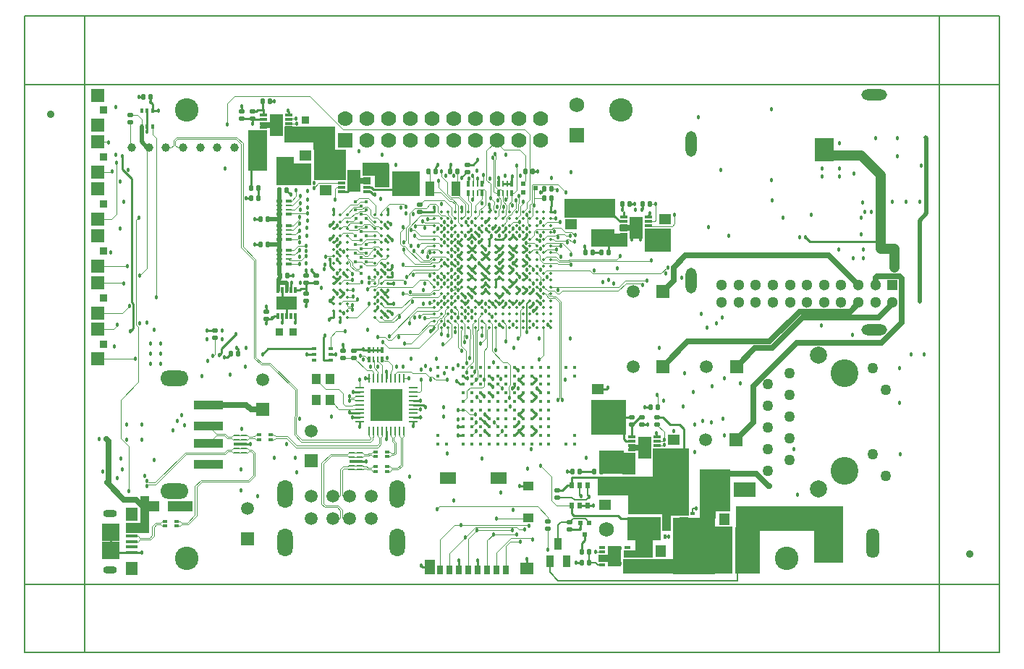
<source format=gtl>
G04 Layer_Physical_Order=1*
G04 Layer_Color=65280*
%FSLAX25Y25*%
%MOIN*%
G70*
G01*
G75*
G04:AMPARAMS|DCode=10|XSize=18.7mil|YSize=25mil|CornerRadius=4.68mil|HoleSize=0mil|Usage=FLASHONLY|Rotation=90.000|XOffset=0mil|YOffset=0mil|HoleType=Round|Shape=RoundedRectangle|*
%AMROUNDEDRECTD10*
21,1,0.01870,0.01565,0,0,90.0*
21,1,0.00935,0.02500,0,0,90.0*
1,1,0.00935,0.00783,0.00468*
1,1,0.00935,0.00783,-0.00468*
1,1,0.00935,-0.00783,-0.00468*
1,1,0.00935,-0.00783,0.00468*
%
%ADD10ROUNDEDRECTD10*%
G04:AMPARAMS|DCode=11|XSize=18.7mil|YSize=25mil|CornerRadius=4.68mil|HoleSize=0mil|Usage=FLASHONLY|Rotation=0.000|XOffset=0mil|YOffset=0mil|HoleType=Round|Shape=RoundedRectangle|*
%AMROUNDEDRECTD11*
21,1,0.01870,0.01565,0,0,0.0*
21,1,0.00935,0.02500,0,0,0.0*
1,1,0.00935,0.00468,-0.00783*
1,1,0.00935,-0.00468,-0.00783*
1,1,0.00935,-0.00468,0.00783*
1,1,0.00935,0.00468,0.00783*
%
%ADD11ROUNDEDRECTD11*%
%ADD12R,0.02362X0.01654*%
%ADD13R,0.05906X0.05906*%
%ADD14R,0.03543X0.03543*%
%ADD15R,0.05315X0.05000*%
%ADD16R,0.03500X0.03500*%
%ADD17R,0.03937X0.03937*%
%ADD18R,0.01575X0.01969*%
%ADD19R,0.01575X0.02559*%
%ADD20R,0.02362X0.01181*%
%ADD21R,0.02953X0.04331*%
%ADD22R,0.04606X0.07087*%
%ADD23R,0.06102X0.05315*%
%ADD24R,0.04724X0.04331*%
%ADD25R,0.07480X0.05315*%
%ADD26C,0.03500*%
%ADD27R,0.05512X0.06299*%
%ADD28R,0.05669X0.06299*%
%ADD29R,0.07874X0.07874*%
%ADD30R,0.05315X0.01575*%
%ADD31R,0.13780X0.04409*%
%ADD32R,0.03500X0.03500*%
%ADD33R,0.05000X0.05315*%
%ADD34R,0.02658X0.00787*%
%ADD35R,0.06102X0.01575*%
%ADD36R,0.05315X0.02559*%
%ADD37R,0.06299X0.05906*%
%ADD38R,0.18898X0.18898*%
%ADD39R,0.03543X0.05512*%
%ADD40R,0.01969X0.01969*%
%ADD41R,0.05906X0.05906*%
%ADD42R,0.01969X0.01969*%
%ADD43R,0.03937X0.03937*%
%ADD44R,0.01969X0.01575*%
%ADD45R,0.02559X0.01575*%
%ADD46R,0.02500X0.01500*%
%ADD47R,0.02500X0.01100*%
%ADD48R,0.01500X0.02500*%
%ADD49R,0.01100X0.02500*%
%ADD50R,0.09843X0.06890*%
%ADD51C,0.01378*%
%ADD52C,0.01772*%
%ADD53R,0.01181X0.03150*%
%ADD54R,0.09370X0.06496*%
%ADD55R,0.06299X0.10236*%
%ADD56R,0.03347X0.01181*%
%ADD57R,0.03150X0.01181*%
%ADD58R,0.06496X0.09370*%
%ADD59R,0.01654X0.02362*%
%ADD60R,0.01102X0.03937*%
%ADD61R,0.14764X0.14764*%
%ADD62R,0.03937X0.01102*%
%ADD63R,0.02165X0.03150*%
%ADD64R,0.03937X0.06890*%
%ADD65R,0.04331X0.05118*%
%ADD66C,0.00400*%
%ADD67C,0.01000*%
%ADD68C,0.02000*%
%ADD69C,0.02500*%
%ADD70C,0.04500*%
%ADD71C,0.00800*%
%ADD72C,0.01500*%
%ADD73R,0.05906X0.03543*%
%ADD74R,0.08563X0.11024*%
%ADD75R,0.08268X0.05906*%
%ADD76R,0.16142X0.16142*%
%ADD77R,0.05512X0.03150*%
%ADD78R,0.06299X0.09843*%
%ADD79R,0.11811X0.11024*%
%ADD80R,0.16535X0.16929*%
%ADD81R,0.23622X0.08661*%
%ADD82R,0.11024X0.07874*%
%ADD83R,0.16929X0.06299*%
%ADD84R,0.07874X0.03150*%
%ADD85R,0.12205X0.10630*%
%ADD86R,0.12992X0.11417*%
%ADD87R,0.04724X0.03150*%
%ADD88R,0.06693X0.11024*%
%ADD89R,0.12205X0.05906*%
%ADD90R,0.09843X0.04331*%
%ADD91R,0.14567X0.14173*%
%ADD92R,0.11417X0.04724*%
%ADD93R,0.09055X0.04724*%
%ADD94R,0.11024X0.04724*%
%ADD95R,0.04331X0.16929*%
%ADD96R,0.11417X0.21654*%
%ADD97R,0.46457X0.11811*%
%ADD98R,0.13386X0.26378*%
%ADD99R,0.12205X0.03543*%
%ADD100R,0.07874X0.16535*%
%ADD101R,0.15551X0.10531*%
%ADD102R,0.25984X0.06890*%
%ADD103R,0.19685X0.25984*%
%ADD104R,0.03937X0.14961*%
%ADD105R,0.12205X0.07874*%
%ADD106R,0.07480X0.17323*%
%ADD107R,0.14173X0.19685*%
%ADD108R,0.28346X0.17716*%
%ADD109R,0.17323X0.09055*%
%ADD110R,0.23228X0.07480*%
%ADD111R,0.16142X0.10236*%
%ADD112R,0.08268X0.05512*%
%ADD113R,0.09055X0.18504*%
%ADD114R,0.06299X0.03150*%
%ADD115C,0.00500*%
%ADD116C,0.03937*%
%ADD117C,0.10827*%
%ADD118O,0.05906X0.15748*%
%ADD119O,0.05906X0.13780*%
%ADD120O,0.05118X0.11811*%
%ADD121O,0.11811X0.05118*%
%ADD122C,0.05118*%
%ADD123R,0.05118X0.05118*%
%ADD124O,0.06299X0.03543*%
%ADD125O,0.12992X0.07087*%
%ADD126C,0.05000*%
%ADD127C,0.07874*%
%ADD128C,0.12795*%
%ADD129C,0.05906*%
%ADD130O,0.07087X0.12992*%
%ADD131C,0.06890*%
%ADD132R,0.06890X0.06890*%
%ADD133R,0.07000X0.07000*%
%ADD134C,0.07000*%
%ADD135R,0.06890X0.06890*%
%ADD136C,0.01800*%
D10*
X-175984Y212795D02*
D03*
Y216142D02*
D03*
X-113386Y122343D02*
D03*
Y125689D02*
D03*
X-90158Y138878D02*
D03*
Y142224D02*
D03*
X-124409Y214469D02*
D03*
Y217815D02*
D03*
X-72835Y104232D02*
D03*
Y107579D02*
D03*
X-94882Y130610D02*
D03*
Y133957D02*
D03*
Y138878D02*
D03*
Y142224D02*
D03*
X-42520Y171555D02*
D03*
Y174902D02*
D03*
X20866Y40059D02*
D03*
Y43406D02*
D03*
X55118Y73524D02*
D03*
Y76870D02*
D03*
X59842D02*
D03*
Y73524D02*
D03*
X66929Y76870D02*
D03*
Y73524D02*
D03*
X-119685Y217815D02*
D03*
Y214469D02*
D03*
X16535Y25492D02*
D03*
Y28839D02*
D03*
X-77953Y104232D02*
D03*
Y107579D02*
D03*
X26378Y28445D02*
D03*
Y25098D02*
D03*
X-137008Y117028D02*
D03*
Y113681D02*
D03*
X-20472Y190059D02*
D03*
Y193405D02*
D03*
D11*
X14862Y177953D02*
D03*
X18209D02*
D03*
X-129626Y106201D02*
D03*
X-126279D02*
D03*
X-38681Y190157D02*
D03*
X-35335D02*
D03*
X-25098D02*
D03*
X-28445D02*
D03*
X-106791Y142126D02*
D03*
X-103445D02*
D03*
X-112500Y168110D02*
D03*
X-115847D02*
D03*
X-112500Y156693D02*
D03*
X-115847D02*
D03*
X-107185Y181496D02*
D03*
X-103839D02*
D03*
X37106Y152756D02*
D03*
X33760D02*
D03*
X31201Y51968D02*
D03*
X27854D02*
D03*
X-116831Y177953D02*
D03*
X-120177D02*
D03*
X9547Y190157D02*
D03*
X6201D02*
D03*
X14862Y182283D02*
D03*
X18209D02*
D03*
X32185Y14961D02*
D03*
X35531D02*
D03*
X32185Y9843D02*
D03*
X35531D02*
D03*
X44587Y152756D02*
D03*
X41240D02*
D03*
X50689Y175197D02*
D03*
X54035D02*
D03*
X60138D02*
D03*
X63484D02*
D03*
X41043Y51968D02*
D03*
X37697D02*
D03*
X-120177Y182677D02*
D03*
X-116831D02*
D03*
X-115059Y222441D02*
D03*
X-111713D02*
D03*
X63681Y81496D02*
D03*
X67028D02*
D03*
X-166437Y224410D02*
D03*
X-169783D02*
D03*
D12*
X-91142Y103347D02*
D03*
Y105905D02*
D03*
Y108465D02*
D03*
X-83661D02*
D03*
Y105905D02*
D03*
X-83661Y103347D02*
D03*
D13*
X-190945Y117520D02*
D03*
X-190847Y103740D02*
D03*
X-190945Y138779D02*
D03*
X-190846Y125000D02*
D03*
X-190945Y160433D02*
D03*
X-190846Y146653D02*
D03*
X-190945Y182087D02*
D03*
X-190846Y168307D02*
D03*
X-190945Y203740D02*
D03*
X-190846Y189961D02*
D03*
Y211614D02*
D03*
X-190945Y225394D02*
D03*
X-59842Y185827D02*
D03*
X-45669D02*
D03*
X-118504Y193701D02*
D03*
X-104331D02*
D03*
X102953Y66535D02*
D03*
X69488Y135039D02*
D03*
Y100394D02*
D03*
X103347D02*
D03*
D14*
X-188386Y110630D02*
D03*
X-188386Y131890D02*
D03*
Y153543D02*
D03*
Y175197D02*
D03*
Y196850D02*
D03*
Y218504D02*
D03*
D15*
X70473Y160236D02*
D03*
Y168110D02*
D03*
X74410Y58661D02*
D03*
Y66535D02*
D03*
X39370Y81890D02*
D03*
Y89764D02*
D03*
X-85827Y189370D02*
D03*
Y181496D02*
D03*
X-95276Y189764D02*
D03*
Y197638D02*
D03*
X42913Y44488D02*
D03*
Y36614D02*
D03*
X27165Y173622D02*
D03*
Y165748D02*
D03*
D16*
X-95276Y207480D02*
D03*
Y213779D02*
D03*
D17*
X66535Y25984D02*
D03*
D18*
X70276Y29921D02*
D03*
Y22047D02*
D03*
X67716D02*
D03*
X65158Y29921D02*
D03*
X67716D02*
D03*
X65158Y22047D02*
D03*
D19*
X70276Y25984D02*
D03*
D20*
X-57578Y54233D02*
D03*
X-62894Y54232D02*
D03*
Y52067D02*
D03*
X-57579D02*
D03*
Y58760D02*
D03*
X-62894D02*
D03*
Y60925D02*
D03*
X-57578Y60926D02*
D03*
X-159744Y29035D02*
D03*
X-159745Y26870D02*
D03*
X-154429Y29035D02*
D03*
Y26870D02*
D03*
X-111122Y66634D02*
D03*
X-116437D02*
D03*
Y68799D02*
D03*
X-111122Y68800D02*
D03*
D21*
X-2756Y6693D02*
D03*
X-7087D02*
D03*
X-11417D02*
D03*
X-15748D02*
D03*
X-20079D02*
D03*
X-24409D02*
D03*
X-28740D02*
D03*
X-33071D02*
D03*
D22*
X-37795Y8071D02*
D03*
D23*
X6791Y7185D02*
D03*
D24*
X7283Y30709D02*
D03*
Y45079D02*
D03*
D25*
X-29429Y48819D02*
D03*
X-6102D02*
D03*
D26*
X210630Y13779D02*
D03*
X-212598Y216535D02*
D03*
D27*
X-175394Y7087D02*
D03*
D28*
Y32283D02*
D03*
D29*
X-184744Y15551D02*
D03*
Y23819D02*
D03*
D30*
X-175197Y14567D02*
D03*
Y17126D02*
D03*
Y24803D02*
D03*
Y22244D02*
D03*
Y19685D02*
D03*
D31*
X-139764Y82677D02*
D03*
Y72835D02*
D03*
Y64961D02*
D03*
Y55118D02*
D03*
D32*
X-107087Y116142D02*
D03*
X-100787D02*
D03*
D33*
X60630Y15354D02*
D03*
X68504D02*
D03*
X89764Y29921D02*
D03*
X97638D02*
D03*
D34*
X-70276Y52756D02*
D03*
Y54724D02*
D03*
Y58661D02*
D03*
Y60630D02*
D03*
X-73819D02*
D03*
Y58661D02*
D03*
Y54724D02*
D03*
Y52756D02*
D03*
X-126969Y60630D02*
D03*
Y62598D02*
D03*
Y68504D02*
D03*
Y66535D02*
D03*
X-123425D02*
D03*
Y68504D02*
D03*
Y62598D02*
D03*
Y60630D02*
D03*
D35*
X-72047Y56693D02*
D03*
X-125197Y64567D02*
D03*
D36*
X-165354Y35827D02*
D03*
X-155905D02*
D03*
D37*
X107087Y18504D02*
D03*
Y9843D02*
D03*
D38*
X92126Y14173D02*
D03*
D39*
X21260Y18602D02*
D03*
X17323Y10630D02*
D03*
X25197D02*
D03*
D40*
X5118Y184646D02*
D03*
Y180709D02*
D03*
X10630Y182677D02*
D03*
D41*
X39764Y159449D02*
D03*
Y173622D02*
D03*
X43701Y58661D02*
D03*
Y72835D02*
D03*
X-122047Y21063D02*
D03*
X-92520Y56890D02*
D03*
X-114961Y80512D02*
D03*
D42*
X35433Y28346D02*
D03*
X31496D02*
D03*
X33465Y22835D02*
D03*
D43*
X79232Y28740D02*
D03*
D44*
X75295Y32480D02*
D03*
X83169D02*
D03*
Y29921D02*
D03*
X75295Y27362D02*
D03*
Y29921D02*
D03*
X83169Y27362D02*
D03*
D45*
X79232Y32480D02*
D03*
D46*
X-102953Y170472D02*
D03*
Y176673D02*
D03*
X-107283D02*
D03*
Y170472D02*
D03*
X-102953Y147638D02*
D03*
Y153839D02*
D03*
X-107283D02*
D03*
Y147638D02*
D03*
X-102953Y159055D02*
D03*
Y165256D02*
D03*
X-107283D02*
D03*
Y159055D02*
D03*
D47*
X-102953Y172638D02*
D03*
Y174606D02*
D03*
X-107283D02*
D03*
Y172638D02*
D03*
X-102953Y149803D02*
D03*
Y151772D02*
D03*
X-107283D02*
D03*
Y149803D02*
D03*
X-102953Y161221D02*
D03*
Y163189D02*
D03*
X-107283D02*
D03*
Y161221D02*
D03*
D48*
X-20079Y180118D02*
D03*
X-13878D02*
D03*
Y184449D02*
D03*
X-20079D02*
D03*
X-6299Y180118D02*
D03*
X-98D02*
D03*
Y184449D02*
D03*
X-6299D02*
D03*
X-59842Y107996D02*
D03*
X-66043D02*
D03*
Y103665D02*
D03*
X-59842D02*
D03*
D49*
X-17913Y180118D02*
D03*
X-15945D02*
D03*
Y184449D02*
D03*
X-17913D02*
D03*
X-4134Y180118D02*
D03*
X-2165D02*
D03*
Y184449D02*
D03*
X-4134D02*
D03*
X-62008Y107996D02*
D03*
X-63976D02*
D03*
Y103665D02*
D03*
X-62008D02*
D03*
D50*
X107087Y43701D02*
D03*
X91339Y43799D02*
D03*
D51*
X-35827Y171654D02*
D03*
Y168504D02*
D03*
Y165354D02*
D03*
Y162205D02*
D03*
Y159055D02*
D03*
Y155905D02*
D03*
Y152756D02*
D03*
Y149606D02*
D03*
Y146457D02*
D03*
Y143307D02*
D03*
Y140157D02*
D03*
Y137008D02*
D03*
Y133858D02*
D03*
Y127559D02*
D03*
Y124409D02*
D03*
Y121260D02*
D03*
X-32677Y171654D02*
D03*
Y168504D02*
D03*
Y165354D02*
D03*
Y162205D02*
D03*
Y159055D02*
D03*
Y155905D02*
D03*
Y152756D02*
D03*
Y149606D02*
D03*
Y146457D02*
D03*
Y143307D02*
D03*
Y140157D02*
D03*
Y137008D02*
D03*
Y133858D02*
D03*
Y127559D02*
D03*
Y124409D02*
D03*
Y121260D02*
D03*
X-29528Y171654D02*
D03*
Y168504D02*
D03*
Y165354D02*
D03*
Y162205D02*
D03*
Y159055D02*
D03*
Y155905D02*
D03*
Y152756D02*
D03*
Y149606D02*
D03*
Y146457D02*
D03*
Y143307D02*
D03*
Y140157D02*
D03*
Y137008D02*
D03*
Y133858D02*
D03*
Y130709D02*
D03*
Y127559D02*
D03*
Y124409D02*
D03*
Y121260D02*
D03*
X-26378Y171654D02*
D03*
Y168504D02*
D03*
Y165354D02*
D03*
Y162205D02*
D03*
Y159055D02*
D03*
Y155905D02*
D03*
Y152756D02*
D03*
Y149606D02*
D03*
Y146457D02*
D03*
Y143307D02*
D03*
Y140157D02*
D03*
Y137008D02*
D03*
Y133858D02*
D03*
Y130709D02*
D03*
Y127559D02*
D03*
Y124409D02*
D03*
Y121260D02*
D03*
X-23228Y171654D02*
D03*
Y168504D02*
D03*
Y165354D02*
D03*
Y162205D02*
D03*
Y159055D02*
D03*
Y155905D02*
D03*
Y152756D02*
D03*
Y149606D02*
D03*
Y146457D02*
D03*
Y143307D02*
D03*
Y140157D02*
D03*
Y137008D02*
D03*
Y133858D02*
D03*
Y130709D02*
D03*
Y127559D02*
D03*
Y124409D02*
D03*
Y121260D02*
D03*
X-20079Y171654D02*
D03*
Y168504D02*
D03*
Y165354D02*
D03*
Y162205D02*
D03*
Y159055D02*
D03*
Y155905D02*
D03*
Y152756D02*
D03*
Y149606D02*
D03*
Y146457D02*
D03*
Y143307D02*
D03*
Y140157D02*
D03*
Y137008D02*
D03*
Y133858D02*
D03*
Y130709D02*
D03*
Y127559D02*
D03*
Y124409D02*
D03*
Y121260D02*
D03*
X-16929Y171654D02*
D03*
Y168504D02*
D03*
Y165354D02*
D03*
Y162205D02*
D03*
Y159055D02*
D03*
Y155905D02*
D03*
Y152756D02*
D03*
Y149606D02*
D03*
Y146457D02*
D03*
Y143307D02*
D03*
Y140157D02*
D03*
Y137008D02*
D03*
Y133858D02*
D03*
Y130709D02*
D03*
Y127559D02*
D03*
Y124409D02*
D03*
Y121260D02*
D03*
X-13780Y171654D02*
D03*
Y168504D02*
D03*
Y165354D02*
D03*
Y162205D02*
D03*
Y159055D02*
D03*
Y155905D02*
D03*
Y152756D02*
D03*
Y149606D02*
D03*
Y146457D02*
D03*
Y143307D02*
D03*
Y140157D02*
D03*
Y137008D02*
D03*
Y133858D02*
D03*
Y130709D02*
D03*
Y127559D02*
D03*
Y124409D02*
D03*
Y121260D02*
D03*
X-10630Y171654D02*
D03*
Y168504D02*
D03*
Y165354D02*
D03*
Y162205D02*
D03*
Y159055D02*
D03*
Y155905D02*
D03*
Y152756D02*
D03*
Y149606D02*
D03*
Y146457D02*
D03*
Y143307D02*
D03*
Y140157D02*
D03*
Y137008D02*
D03*
Y133858D02*
D03*
Y130709D02*
D03*
Y127559D02*
D03*
Y124409D02*
D03*
Y121260D02*
D03*
X-7480Y171654D02*
D03*
Y168504D02*
D03*
Y165354D02*
D03*
Y162205D02*
D03*
Y159055D02*
D03*
Y155905D02*
D03*
Y152756D02*
D03*
Y149606D02*
D03*
Y146457D02*
D03*
Y143307D02*
D03*
Y140157D02*
D03*
Y137008D02*
D03*
Y133858D02*
D03*
Y130709D02*
D03*
Y127559D02*
D03*
Y124409D02*
D03*
Y121260D02*
D03*
X-4331Y171654D02*
D03*
Y168504D02*
D03*
Y165354D02*
D03*
Y162205D02*
D03*
Y159055D02*
D03*
Y155905D02*
D03*
Y152756D02*
D03*
Y149606D02*
D03*
Y146457D02*
D03*
Y143307D02*
D03*
Y140157D02*
D03*
Y137008D02*
D03*
Y133858D02*
D03*
Y130709D02*
D03*
Y127559D02*
D03*
Y124409D02*
D03*
Y121260D02*
D03*
X-1181Y171654D02*
D03*
Y168504D02*
D03*
Y165354D02*
D03*
Y162205D02*
D03*
Y159055D02*
D03*
Y155905D02*
D03*
Y152756D02*
D03*
Y149606D02*
D03*
Y146457D02*
D03*
Y143307D02*
D03*
Y140157D02*
D03*
Y137008D02*
D03*
Y133858D02*
D03*
Y130709D02*
D03*
Y127559D02*
D03*
Y124409D02*
D03*
Y121260D02*
D03*
X1969Y171654D02*
D03*
Y168504D02*
D03*
Y165354D02*
D03*
Y162205D02*
D03*
Y159055D02*
D03*
Y155905D02*
D03*
Y152756D02*
D03*
Y149606D02*
D03*
Y146457D02*
D03*
Y143307D02*
D03*
Y140157D02*
D03*
Y137008D02*
D03*
Y133858D02*
D03*
Y130709D02*
D03*
Y127559D02*
D03*
Y124409D02*
D03*
Y121260D02*
D03*
X5118Y171654D02*
D03*
Y168504D02*
D03*
Y165354D02*
D03*
Y162205D02*
D03*
Y159055D02*
D03*
Y155905D02*
D03*
Y152756D02*
D03*
Y149606D02*
D03*
Y146457D02*
D03*
Y143307D02*
D03*
Y140157D02*
D03*
Y137008D02*
D03*
Y133858D02*
D03*
Y130709D02*
D03*
Y127559D02*
D03*
Y124409D02*
D03*
Y121260D02*
D03*
X8268Y171654D02*
D03*
Y168504D02*
D03*
Y165354D02*
D03*
Y162205D02*
D03*
Y159055D02*
D03*
Y155905D02*
D03*
Y152756D02*
D03*
Y149606D02*
D03*
Y146457D02*
D03*
Y143307D02*
D03*
Y140157D02*
D03*
Y137008D02*
D03*
Y133858D02*
D03*
Y130709D02*
D03*
Y127559D02*
D03*
Y124409D02*
D03*
Y121260D02*
D03*
X11417Y171654D02*
D03*
Y168504D02*
D03*
Y165354D02*
D03*
Y162205D02*
D03*
Y159055D02*
D03*
Y155905D02*
D03*
Y152756D02*
D03*
Y149606D02*
D03*
Y146457D02*
D03*
Y143307D02*
D03*
Y140157D02*
D03*
Y137008D02*
D03*
Y133858D02*
D03*
Y130709D02*
D03*
Y127559D02*
D03*
Y124409D02*
D03*
Y121260D02*
D03*
X14567Y171654D02*
D03*
Y168504D02*
D03*
Y165354D02*
D03*
Y162205D02*
D03*
Y159055D02*
D03*
Y155905D02*
D03*
Y152756D02*
D03*
Y149606D02*
D03*
Y146457D02*
D03*
Y143307D02*
D03*
Y140157D02*
D03*
Y137008D02*
D03*
Y133858D02*
D03*
Y130709D02*
D03*
Y127559D02*
D03*
Y124409D02*
D03*
Y121260D02*
D03*
Y118110D02*
D03*
X11417D02*
D03*
X8268D02*
D03*
X5118D02*
D03*
X1969D02*
D03*
X-1181D02*
D03*
X-4331D02*
D03*
X-7480D02*
D03*
X-10630D02*
D03*
X-13780D02*
D03*
X-16929D02*
D03*
X-20079D02*
D03*
X-23228D02*
D03*
X-26378D02*
D03*
X-29528D02*
D03*
X-32677D02*
D03*
X-35827D02*
D03*
X17717D02*
D03*
Y121260D02*
D03*
Y124409D02*
D03*
Y127559D02*
D03*
Y130709D02*
D03*
Y133858D02*
D03*
Y137008D02*
D03*
Y140157D02*
D03*
Y143307D02*
D03*
Y146457D02*
D03*
Y149606D02*
D03*
Y152756D02*
D03*
Y155905D02*
D03*
Y159055D02*
D03*
Y162205D02*
D03*
Y165354D02*
D03*
Y168504D02*
D03*
Y171654D02*
D03*
X-32677Y130709D02*
D03*
X-35827D02*
D03*
X-82284Y170079D02*
D03*
Y166929D02*
D03*
Y163779D02*
D03*
Y160630D02*
D03*
Y157480D02*
D03*
Y154331D02*
D03*
Y151181D02*
D03*
Y148031D02*
D03*
Y144882D02*
D03*
Y141732D02*
D03*
Y138583D02*
D03*
Y135433D02*
D03*
Y132283D02*
D03*
Y129134D02*
D03*
Y125984D02*
D03*
Y122835D02*
D03*
X-79134Y170079D02*
D03*
Y166929D02*
D03*
Y163779D02*
D03*
Y160630D02*
D03*
Y157480D02*
D03*
Y154331D02*
D03*
Y151181D02*
D03*
Y148031D02*
D03*
Y144882D02*
D03*
Y141732D02*
D03*
Y138583D02*
D03*
Y135433D02*
D03*
Y132283D02*
D03*
Y129134D02*
D03*
Y125984D02*
D03*
Y122835D02*
D03*
X-75984Y170079D02*
D03*
Y166929D02*
D03*
Y163779D02*
D03*
Y160630D02*
D03*
Y157480D02*
D03*
Y154331D02*
D03*
Y151181D02*
D03*
Y148031D02*
D03*
Y144882D02*
D03*
Y141732D02*
D03*
Y138583D02*
D03*
Y135433D02*
D03*
Y132283D02*
D03*
Y129134D02*
D03*
Y125984D02*
D03*
Y122835D02*
D03*
X-63386Y170079D02*
D03*
Y166929D02*
D03*
Y163779D02*
D03*
Y160630D02*
D03*
Y157480D02*
D03*
Y154331D02*
D03*
Y151181D02*
D03*
Y148031D02*
D03*
Y144882D02*
D03*
Y141732D02*
D03*
Y138583D02*
D03*
Y135433D02*
D03*
Y132283D02*
D03*
Y129134D02*
D03*
Y125984D02*
D03*
Y122835D02*
D03*
X-60236Y170079D02*
D03*
Y166929D02*
D03*
Y163779D02*
D03*
Y160630D02*
D03*
Y157480D02*
D03*
Y154331D02*
D03*
Y151181D02*
D03*
Y148031D02*
D03*
Y144882D02*
D03*
Y141732D02*
D03*
Y138583D02*
D03*
Y135433D02*
D03*
Y132283D02*
D03*
Y129134D02*
D03*
Y125984D02*
D03*
Y122835D02*
D03*
X-57087Y170079D02*
D03*
Y166929D02*
D03*
Y163779D02*
D03*
Y160630D02*
D03*
Y157480D02*
D03*
Y154331D02*
D03*
Y151181D02*
D03*
Y148031D02*
D03*
Y144882D02*
D03*
Y141732D02*
D03*
Y138583D02*
D03*
Y135433D02*
D03*
Y132283D02*
D03*
Y129134D02*
D03*
Y125984D02*
D03*
Y122835D02*
D03*
D52*
X-34252Y64567D02*
D03*
X-30315D02*
D03*
X-22441D02*
D03*
X-18504D02*
D03*
X-14567D02*
D03*
X-10630D02*
D03*
X-6693D02*
D03*
X-2756D02*
D03*
X1181D02*
D03*
X5118D02*
D03*
X9055D02*
D03*
X12992D02*
D03*
X16929D02*
D03*
X24803D02*
D03*
X28740D02*
D03*
X-34252Y68504D02*
D03*
X-22441D02*
D03*
X-18504D02*
D03*
X-14567D02*
D03*
X-10630D02*
D03*
X-6693D02*
D03*
X-2756D02*
D03*
X1181D02*
D03*
X5118D02*
D03*
X9055D02*
D03*
X12992D02*
D03*
X16929D02*
D03*
X28740D02*
D03*
X-22441Y72441D02*
D03*
X-18504D02*
D03*
X-14567D02*
D03*
X-10630D02*
D03*
X-6693D02*
D03*
X-2756D02*
D03*
X1181D02*
D03*
X5118D02*
D03*
X9055D02*
D03*
X12992D02*
D03*
X16929D02*
D03*
X-22441Y76378D02*
D03*
X-18504D02*
D03*
X-14567D02*
D03*
X-10630D02*
D03*
X-6693D02*
D03*
X-2756D02*
D03*
X1181D02*
D03*
X5118D02*
D03*
X9055D02*
D03*
X12992D02*
D03*
X16929D02*
D03*
X-22441Y80315D02*
D03*
X-18504D02*
D03*
X-14567D02*
D03*
X-10630D02*
D03*
X-6693D02*
D03*
X-2756D02*
D03*
X1181D02*
D03*
X5118D02*
D03*
X9055D02*
D03*
X12992D02*
D03*
X16929D02*
D03*
X-22441Y84252D02*
D03*
X-18504D02*
D03*
X-14567D02*
D03*
X-10630D02*
D03*
X-6693D02*
D03*
X-2756D02*
D03*
X1181D02*
D03*
X5118D02*
D03*
X9055D02*
D03*
X12992D02*
D03*
X16929D02*
D03*
X-22441Y88189D02*
D03*
X-18504D02*
D03*
X-14567D02*
D03*
X-10630D02*
D03*
X-6693D02*
D03*
X-2756D02*
D03*
X1181D02*
D03*
X5118D02*
D03*
X9055D02*
D03*
X12992D02*
D03*
X16929D02*
D03*
X-22441Y92126D02*
D03*
X-18504D02*
D03*
X-14567D02*
D03*
X-10630D02*
D03*
X-6693D02*
D03*
X-2756D02*
D03*
X1181D02*
D03*
X5118D02*
D03*
X9055D02*
D03*
X12992D02*
D03*
X16929D02*
D03*
X-34252Y96063D02*
D03*
X-22441D02*
D03*
X-18504D02*
D03*
X-14567D02*
D03*
X-10630D02*
D03*
X-6693D02*
D03*
X-2756D02*
D03*
X1181D02*
D03*
X5118D02*
D03*
X9055D02*
D03*
X12992D02*
D03*
X16929D02*
D03*
X-34252Y100000D02*
D03*
X-30315D02*
D03*
X-22441D02*
D03*
X-18504D02*
D03*
X-14567D02*
D03*
X-10630D02*
D03*
X-6693D02*
D03*
X-2756D02*
D03*
X1181D02*
D03*
X5118D02*
D03*
X9055D02*
D03*
X12992D02*
D03*
X16929D02*
D03*
X24803D02*
D03*
X28740D02*
D03*
Y96063D02*
D03*
X-72146Y176279D02*
D03*
X-67224D02*
D03*
X-69685Y174311D02*
D03*
Y170472D02*
D03*
X-67224Y172441D02*
D03*
X-72146D02*
D03*
X-72047Y168504D02*
D03*
X-67224Y168504D02*
D03*
X-69685Y166535D02*
D03*
X-72047Y164567D02*
D03*
X-67224Y164567D02*
D03*
X-69685Y162500D02*
D03*
X-72146Y160531D02*
D03*
X-67224D02*
D03*
X-69685Y158563D02*
D03*
X-72146Y156595D02*
D03*
X-67224D02*
D03*
X-69685Y154626D02*
D03*
X-72146Y152657D02*
D03*
X-67224D02*
D03*
X-69685Y150689D02*
D03*
X-72146Y148721D02*
D03*
X-67224D02*
D03*
X-69685Y146260D02*
D03*
Y143307D02*
D03*
D53*
X-107874Y135433D02*
D03*
X-105905D02*
D03*
X-103937D02*
D03*
X-101969D02*
D03*
X-100000D02*
D03*
Y123622D02*
D03*
X-101969D02*
D03*
X-103937D02*
D03*
X-105905D02*
D03*
X-107874D02*
D03*
D54*
X-103937Y129528D02*
D03*
D55*
X57087Y164173D02*
D03*
X61024Y62992D02*
D03*
X-72835Y185827D02*
D03*
X-108661Y211417D02*
D03*
D56*
X51279Y169095D02*
D03*
Y167126D02*
D03*
Y165157D02*
D03*
Y163189D02*
D03*
Y161221D02*
D03*
Y159252D02*
D03*
X62845Y159252D02*
D03*
Y161221D02*
D03*
Y163189D02*
D03*
Y165157D02*
D03*
Y167126D02*
D03*
Y169095D02*
D03*
X55216Y67913D02*
D03*
Y65945D02*
D03*
Y63976D02*
D03*
Y62008D02*
D03*
Y60039D02*
D03*
Y58071D02*
D03*
X66782Y58071D02*
D03*
Y60039D02*
D03*
Y62008D02*
D03*
Y63976D02*
D03*
Y65945D02*
D03*
Y67913D02*
D03*
X-67028Y180905D02*
D03*
Y182874D02*
D03*
Y184843D02*
D03*
Y186811D02*
D03*
Y188779D02*
D03*
Y190748D02*
D03*
X-78592Y190748D02*
D03*
Y188779D02*
D03*
Y186811D02*
D03*
Y184843D02*
D03*
Y182874D02*
D03*
Y180905D02*
D03*
X-114469Y216339D02*
D03*
Y214370D02*
D03*
Y212402D02*
D03*
Y210433D02*
D03*
Y208465D02*
D03*
Y206496D02*
D03*
X-102903Y206496D02*
D03*
Y208465D02*
D03*
Y210433D02*
D03*
Y212402D02*
D03*
Y214370D02*
D03*
Y216339D02*
D03*
D57*
X53150Y16929D02*
D03*
Y14961D02*
D03*
Y12992D02*
D03*
Y11024D02*
D03*
Y9055D02*
D03*
X41339D02*
D03*
Y11024D02*
D03*
Y12992D02*
D03*
Y14961D02*
D03*
Y16929D02*
D03*
D58*
X47244Y12992D02*
D03*
D59*
X-170669Y218307D02*
D03*
X-168110D02*
D03*
X-165551D02*
D03*
Y210827D02*
D03*
X-168110D02*
D03*
X-170669Y210827D02*
D03*
D60*
X-51968Y70473D02*
D03*
X-53937D02*
D03*
X-55905D02*
D03*
X-57874D02*
D03*
X-59842D02*
D03*
X-61811D02*
D03*
X-63779D02*
D03*
X-65748D02*
D03*
X-50000D02*
D03*
Y94882D02*
D03*
X-51968D02*
D03*
X-53937D02*
D03*
X-55905D02*
D03*
X-57874D02*
D03*
X-59842D02*
D03*
X-61811Y94882D02*
D03*
X-63779D02*
D03*
X-65748D02*
D03*
D61*
X-57874Y82677D02*
D03*
D62*
X-45669Y86614D02*
D03*
Y84646D02*
D03*
Y82677D02*
D03*
Y80709D02*
D03*
Y78740D02*
D03*
Y76772D02*
D03*
Y74803D02*
D03*
Y88583D02*
D03*
X-45669Y90551D02*
D03*
X-70079Y88583D02*
D03*
Y86614D02*
D03*
Y84646D02*
D03*
Y82677D02*
D03*
X-70079Y90551D02*
D03*
X-70079Y74803D02*
D03*
Y76772D02*
D03*
Y78740D02*
D03*
Y80709D02*
D03*
D63*
X31102Y36220D02*
D03*
X27362D02*
D03*
X34843D02*
D03*
Y45669D02*
D03*
X27362D02*
D03*
X31102D02*
D03*
D64*
X-37795Y182283D02*
D03*
X-25984D02*
D03*
D65*
X-90256Y85039D02*
D03*
Y94488D02*
D03*
X-83760D02*
D03*
Y85039D02*
D03*
D66*
X-19685Y78347D02*
X-16929D01*
X-21654Y80315D02*
X-19685Y78347D01*
X-22441Y80315D02*
X-21654D01*
X-10630Y124409D02*
X-9084Y122863D01*
X-1500Y91051D02*
X-787Y91763D01*
X-1500Y89536D02*
Y91051D01*
Y89536D02*
X-1181Y89217D01*
Y85827D02*
Y89217D01*
X-787Y91763D02*
Y100787D01*
X-2362Y102362D02*
X-787Y100787D01*
X-4090Y102362D02*
X-2362D01*
X-9154Y107426D02*
X-4090Y102362D01*
X-9154Y107426D02*
Y119783D01*
X-155912Y202362D02*
Y204668D01*
X-99213Y77318D02*
Y89764D01*
X-111430Y101981D02*
X-99213Y89764D01*
X-99532Y76999D02*
X-99213Y77318D01*
X-115354Y101981D02*
X-111430D01*
X-99532Y69217D02*
Y76999D01*
X-65164Y67070D02*
Y67720D01*
X-65748Y68304D02*
X-65164Y67720D01*
X-65698Y66535D02*
X-65164Y67070D01*
X-65748Y68304D02*
Y70473D01*
X-99532Y69217D02*
X-96850Y66535D01*
X-65698D01*
X-154662Y205918D02*
X-126834D01*
X-155912Y204668D02*
X-154662Y205918D01*
X-126834D02*
X-124016Y203100D01*
X-159449Y201181D02*
X-157093D01*
X-118110Y104737D02*
Y149557D01*
X-124016Y155462D02*
X-118110Y149557D01*
Y104737D02*
X-115354Y101981D01*
X-124016Y155462D02*
Y203100D01*
X-100013Y77649D02*
Y89432D01*
X-111761Y101181D02*
X-100013Y89432D01*
X-100331Y77331D02*
X-100013Y77649D01*
X-115686Y101181D02*
X-111761D01*
X-100331Y68885D02*
Y77331D01*
X-63779Y68304D02*
Y70473D01*
X-64364Y67720D02*
X-63779Y68304D01*
X-64364Y66739D02*
Y67720D01*
X-65367Y65735D02*
X-64364Y66739D01*
X-100331Y68885D02*
X-97182Y65735D01*
X-65367D01*
X-127165Y205118D02*
X-124816Y202768D01*
X-154331Y205118D02*
X-127165D01*
X-153931Y201181D02*
X-151575D01*
X-155112Y204337D02*
X-154331Y205118D01*
X-118910Y104406D02*
Y149225D01*
X-124816Y155131D02*
X-118910Y149225D01*
Y104406D02*
X-115686Y101181D01*
X-124816Y155131D02*
Y202768D01*
X-157093Y201181D02*
X-155912Y202362D01*
X-155112D02*
X-153931Y201181D01*
X-155112Y202362D02*
Y204337D01*
X-168110Y145669D02*
Y201181D01*
X10236Y182283D02*
X10630Y182677D01*
X10236Y177953D02*
Y182283D01*
Y174409D02*
Y177953D01*
X14862D01*
X6224Y185752D02*
Y197471D01*
X-7520Y203976D02*
X-3937Y200394D01*
X-7480Y107874D02*
Y118110D01*
Y107874D02*
X-7480Y107874D01*
X-11417Y109257D02*
Y117323D01*
X-12992Y107682D02*
X-11417Y109257D01*
X14567Y105512D02*
Y117717D01*
X12598Y103543D02*
X14567Y105512D01*
X-175984Y201181D02*
X-175984Y201181D01*
Y212795D01*
Y216142D02*
X-172441D01*
X-170669Y214370D01*
Y210827D02*
Y214370D01*
X-163779Y132283D02*
Y205512D01*
X-165551Y207283D02*
X-163779Y205512D01*
X-165551Y207283D02*
Y210827D01*
X-16142Y184646D02*
X-15945Y184843D01*
X-180315Y67170D02*
X-176575Y63430D01*
Y42913D02*
Y63430D01*
X8661Y146457D02*
X10236Y144882D01*
X26544Y148744D02*
X63705D01*
X64173Y149213D01*
X26213Y149544D02*
X47969D01*
X49606Y151181D01*
X25956Y149287D02*
X26213Y149544D01*
X21820Y149287D02*
X25956D01*
X26287Y148487D02*
X26544Y148744D01*
X21488Y148487D02*
X26287D01*
X26722Y147687D02*
X27165Y147244D01*
X21157Y147687D02*
X26722D01*
X20813Y148031D02*
X21157Y147687D01*
X14319Y148031D02*
X20813D01*
X20369Y149606D02*
X21488Y148487D01*
X17717Y149606D02*
X20369D01*
X20212Y150895D02*
X21820Y149287D01*
X15856Y150895D02*
X20212D01*
X12706Y149644D02*
X14319Y148031D01*
X12706Y149644D02*
Y151467D01*
X11417Y152756D02*
X12706Y151467D01*
X68534Y143096D02*
X71501Y146063D01*
X71653D01*
X37174Y143096D02*
X68534D01*
X12992Y144882D02*
X12992D01*
X11417Y146457D02*
X12992Y144882D01*
X12598Y154331D02*
X12992Y154724D01*
X-26440Y27103D02*
X7542D01*
X12992Y138583D02*
Y141732D01*
X11417Y143307D02*
X12992Y141732D01*
X23095Y135147D02*
X48927D01*
X21881Y133933D02*
X23095Y135147D01*
X20639Y133933D02*
X21881D01*
X48927Y135147D02*
X52372Y138592D01*
X19424Y135147D02*
X20639Y133933D01*
X14567Y137008D02*
X16428Y135147D01*
X19424D01*
X11417Y137008D02*
X12992Y135433D01*
X11417Y137008D02*
X11417D01*
X16141Y154330D02*
X20472D01*
X14567Y152756D02*
X16141Y154330D01*
X20472Y152756D02*
X22441Y150787D01*
X17717Y152756D02*
X20472D01*
X24198Y161337D02*
X24906Y160630D01*
X20633Y161337D02*
X24198D01*
X19926Y160630D02*
X20633Y161337D01*
X24326Y158337D02*
X24969Y158980D01*
X19690Y158337D02*
X24326D01*
X18972Y159055D02*
X19690Y158337D01*
X16142Y160630D02*
X19926D01*
X17717Y159055D02*
X18972D01*
X26212Y158980D02*
X27319Y157874D01*
X24969Y158980D02*
X26212D01*
X27165Y151968D02*
Y153188D01*
X23110Y157243D02*
X27165Y153188D01*
X15904Y157243D02*
X23110D01*
X14567Y155905D02*
X15904Y157243D01*
X24906Y160630D02*
X26772D01*
X18898Y162205D02*
X19291Y162598D01*
X17717Y162205D02*
X18898D01*
X22569Y164098D02*
X24537Y162130D01*
X18670Y164098D02*
X22569D01*
X24537Y162130D02*
X27393D01*
X18276Y163704D02*
X18670Y164098D01*
X11094Y163704D02*
X18276D01*
X14567Y159055D02*
X16142Y160630D01*
X27319Y157874D02*
X28740D01*
X27393Y162130D02*
X28499Y161024D01*
X29134D01*
X11417Y159055D02*
X12354Y158118D01*
X12691D01*
X13141Y154518D02*
Y154575D01*
X14567Y149606D02*
X15856Y150895D01*
Y144596D02*
X35674D01*
X17717Y155905D02*
X22489D01*
X9843Y144882D02*
X10236D01*
X14567Y143307D02*
X15856Y144596D01*
X23154Y85039D02*
X23228D01*
X21654Y85739D02*
Y129921D01*
X20954Y85039D02*
X21654Y85739D01*
X22454D02*
Y130253D01*
X-17018Y98031D02*
Y117508D01*
X-17275Y117764D02*
X-17018Y117508D01*
X-18504Y92126D02*
X-16535Y94095D01*
X-17323Y97853D02*
Y98031D01*
Y97853D02*
X-17018Y97549D01*
X-16053Y94577D02*
Y96678D01*
X-15823Y96908D02*
Y98653D01*
X-16053Y96678D02*
X-15823Y96908D01*
X-16067Y98897D02*
Y116934D01*
Y98897D02*
X-15823Y98653D01*
X9557Y169793D02*
Y173730D01*
X10236Y174409D01*
X6585Y157194D02*
Y157274D01*
X10128Y162739D02*
X11094Y163704D01*
X10128Y160916D02*
Y162739D01*
X18110Y38583D02*
Y49606D01*
X12992Y54724D02*
X18110Y49606D01*
Y38583D02*
X20472Y36220D01*
X27362D01*
X6585Y157194D02*
X10128D01*
X-83661Y108465D02*
Y113976D01*
X-81102Y116535D01*
X-76772D01*
X-42520Y123228D02*
X-41339Y124409D01*
X-27953Y129134D02*
Y129134D01*
X10128Y157194D02*
X11417Y155905D01*
X-63779Y94882D02*
Y97638D01*
X-64567Y98425D02*
X-63779Y97638D01*
X-67028Y98425D02*
X-64567D01*
X-72835Y104232D02*
X-67028Y98425D01*
X-63705Y99925D02*
Y103394D01*
Y99925D02*
X-61811Y98031D01*
X-62008Y102982D02*
X-59842Y100817D01*
Y94882D02*
Y100817D01*
X-63976Y103665D02*
X-63705Y103394D01*
X-24803Y122942D02*
Y125984D01*
X2756Y113386D02*
X3829Y114459D01*
Y126270D01*
X5118Y127559D01*
X16535Y28839D02*
Y31033D01*
X11816Y35752D02*
X16535Y31033D01*
X-33539Y35752D02*
X11816D01*
X-34646Y34646D02*
X-33539Y35752D01*
X9843Y154331D02*
X12598D01*
X12992Y154724D02*
X13141Y154575D01*
X8268Y152756D02*
X9843Y154331D01*
X-22441Y80315D02*
X-22441Y80315D01*
X-24803Y80315D02*
X-22441D01*
X-14567Y84252D02*
Y84646D01*
X-16142Y86221D02*
X-14567Y84646D01*
X-12992Y94095D02*
Y107682D01*
Y91339D02*
Y94095D01*
X-10630Y121260D02*
X-9154Y119783D01*
X-11417Y117323D02*
X-10630Y118110D01*
X-126969Y68504D02*
X-123425D01*
X-126969Y66535D02*
X-123425D01*
X-126969Y62598D02*
X-123425D01*
X-126969Y60630D02*
X-123425D01*
X9397Y184261D02*
X21250D01*
X9046Y183910D02*
X9397Y184261D01*
X21250D02*
X24803Y180709D01*
X-38052Y133995D02*
X-36328Y135719D01*
X-46200Y133995D02*
X-38052D01*
X-46850Y134646D02*
X-46200Y133995D01*
X-37770Y133146D02*
X-37058Y133858D01*
X-47472Y133146D02*
X-37770D01*
X-37058Y133858D02*
X-35827D01*
X-36328Y135719D02*
X-33966D01*
X-46054Y132346D02*
X-34190D01*
X-50766Y127634D02*
X-46054Y132346D01*
X-34190D02*
X-32677Y133858D01*
X-48184Y133858D02*
X-47472Y133146D01*
X-50394Y133858D02*
X-48184D01*
X-61886Y136933D02*
X-45744D01*
X-42595Y140083D01*
X-38902D01*
X-35827Y137008D01*
X-63386Y135433D02*
X-61886Y136933D01*
X-33966Y135719D02*
X-32677Y137008D01*
X-58736Y127634D02*
X-50766D01*
X-51550Y124728D02*
X-45963Y130315D01*
X-27953Y132283D02*
X-26378Y133858D01*
Y133858D01*
X8012Y177366D02*
Y192008D01*
X6631Y173166D02*
Y175984D01*
X-190846Y189961D02*
X-184449D01*
X-184252Y190157D01*
X-77953Y209449D02*
X5906D01*
X8268Y207087D01*
Y192263D02*
Y207087D01*
X8012Y192008D02*
X8268Y192263D01*
X6631Y175984D02*
X8012Y177366D01*
X9046Y175581D02*
Y183910D01*
X-5437Y173150D02*
Y174637D01*
X3227Y175668D02*
Y178662D01*
X2694Y175134D02*
X3227Y175668D01*
X3150Y178740D02*
X3227Y178662D01*
X1727Y173235D02*
Y176924D01*
X108Y171616D02*
X1727Y173235D01*
X108Y171120D02*
Y171616D01*
X-1500Y171973D02*
Y175030D01*
Y171973D02*
X-1181Y171654D01*
X-1500Y175030D02*
X-98Y176432D01*
Y180118D01*
X-4256Y176544D02*
X-2437Y174725D01*
Y173001D02*
Y174725D01*
X-2743Y172694D02*
X-2437Y173001D01*
X-4331Y171654D02*
Y173622D01*
X-3937Y174015D01*
X-6191Y172396D02*
X-5437Y173150D01*
X-8437Y172610D02*
Y174637D01*
Y172610D02*
X-7480Y171654D01*
X-8193Y174881D02*
Y176303D01*
X-8437Y174637D02*
X-8193Y174881D01*
X-12280Y174969D02*
Y181368D01*
X-13260Y173989D02*
X-12280Y174969D01*
X-13878Y177613D02*
Y180118D01*
X-16929Y174562D02*
X-13878Y177613D01*
X-5193Y174881D02*
Y177393D01*
X-5437Y174637D02*
X-5193Y174881D01*
X-9843Y177953D02*
X-8193Y176303D01*
X-16929Y171654D02*
Y174562D01*
X-13267Y173989D02*
X-13260D01*
X-12879Y181968D02*
X-12280Y181368D01*
X-15068Y172187D02*
X-13267Y173989D01*
X-15068Y170365D02*
Y172187D01*
X-15354Y170079D02*
X-15068Y170365D01*
X-2743Y170091D02*
Y172694D01*
X-4331Y168504D02*
X-2743Y170091D01*
X-6191Y169793D02*
Y172396D01*
X-7480Y168504D02*
X-6191Y169793D01*
X-177362Y146653D02*
X-177165Y146457D01*
X-190846Y146653D02*
X-177362D01*
X-17913Y184449D02*
Y188080D01*
X-18214Y188381D02*
X-17913Y188080D01*
X-13878Y184449D02*
X-13316Y185011D01*
Y188621D01*
X22454Y85739D02*
X23154Y85039D01*
X18048Y136676D02*
X18380Y137008D01*
X-41339Y167564D02*
X-40385Y166610D01*
X-51500Y162280D02*
X-49606Y164173D01*
X-27953Y142126D02*
X-27559D01*
X-41732Y153253D02*
X-39079Y155905D01*
X-90256Y94095D02*
Y94488D01*
X-31496Y138583D02*
X-29921Y140157D01*
X-69685Y162491D02*
X-62097D01*
X-37795Y180709D02*
X-32934D01*
X-83760Y85039D02*
X-81988Y83268D01*
X-23547Y116979D02*
X-22822Y117704D01*
X-36933Y165673D02*
X-36220Y164961D01*
X-173153Y167791D02*
X-172047Y168898D01*
X-173153Y119457D02*
Y167791D01*
X20079Y182283D02*
X20866Y181496D01*
X18209Y182283D02*
X20079D01*
X-21324Y166599D02*
X-20079Y165354D01*
X-21324Y166599D02*
Y166936D01*
X-18504Y166929D02*
X-16929Y165354D01*
Y165354D02*
Y165354D01*
X-23228Y162205D02*
X-21654Y160630D01*
X-27953Y163779D02*
X-26378Y165354D01*
Y165354D01*
X-27953Y160630D02*
Y160630D01*
X-26378Y162205D01*
X-27953Y157480D02*
X-26378Y159055D01*
X-31102Y157480D02*
X-31102D01*
X-27953Y154330D02*
Y154331D01*
X-31102Y160630D02*
X-29528Y159055D01*
X-34252Y160630D02*
X-32677Y159055D01*
X-42126Y160630D02*
X-34252D01*
X-44488Y164960D02*
X-43775Y165673D01*
X-36933D01*
X-47957Y164007D02*
X-42171Y169793D01*
X-47319Y165776D02*
Y170944D01*
X-48757Y164338D02*
X-47319Y165776D01*
X8268Y171654D02*
Y174803D01*
X9046Y175581D01*
X2165Y181496D02*
Y192913D01*
X787Y180118D02*
X2165Y181496D01*
X-98Y180118D02*
X787D01*
X-7520Y203976D02*
X-6772Y204724D01*
X-11736Y199760D02*
X-7520Y203976D01*
X-3937Y200394D02*
X3302D01*
X6224Y197471D01*
X5118Y184646D02*
X6224Y185752D01*
X5118Y175437D02*
Y176378D01*
X3829Y174148D02*
X5118Y175437D01*
X8268Y168504D02*
X9557Y169793D01*
X5118Y171654D02*
X6631Y173166D01*
X16142Y166929D02*
X22047D01*
X-190945Y225394D02*
X-190748D01*
X-190945Y182087D02*
X-190748D01*
X-171653Y142126D02*
X-168110Y145669D01*
X-31343Y110630D02*
X-28028Y113946D01*
X-31890Y110630D02*
X-31343D01*
X-28239Y167215D02*
X-27953Y166929D01*
X-28239Y167215D02*
Y169038D01*
X-29528Y170327D02*
X-28239Y169038D01*
X-29528Y170327D02*
Y171654D01*
X-27953Y170079D02*
Y173524D01*
Y170079D02*
X-26378Y168504D01*
X-31201Y176772D02*
X-27953Y173524D01*
X-40650Y176772D02*
X-31201D01*
X-42520Y174902D02*
X-40650Y176772D01*
X-4256Y176544D02*
Y179996D01*
X-15945Y181693D02*
X-15670Y181968D01*
X-12879D01*
X-6299Y178499D02*
X-5193Y177393D01*
X-6299Y178499D02*
Y180118D01*
X-11736Y186386D02*
Y199760D01*
Y186386D02*
X-9843Y184493D01*
Y177953D02*
Y184493D01*
X-7799Y183100D02*
Y195591D01*
Y183100D02*
X-6667Y181968D01*
X-8599Y181040D02*
Y196001D01*
X-9055Y196457D02*
X-8599Y196001D01*
Y181040D02*
X-7677Y180118D01*
X-15945Y184843D02*
Y187008D01*
X-19980Y184547D02*
Y187008D01*
X-20079Y184449D02*
X-19980Y184547D01*
X-32677Y188036D02*
X-29921Y185280D01*
Y179959D02*
Y185280D01*
X-32677Y188036D02*
Y190157D01*
X-25098Y183169D02*
Y190157D01*
X-25984Y182283D02*
X-25098Y183169D01*
X-47319Y170944D02*
X-44896Y173366D01*
X-39728D01*
X-37973Y175122D01*
X-49925D02*
X-48819Y174016D01*
X-56527Y175122D02*
X-49925D01*
X-29921Y179959D02*
X-28201Y178239D01*
X-24695D01*
X-33858Y182764D02*
Y185827D01*
Y182764D02*
X-28533Y177439D01*
X-32934Y180709D02*
X-28864Y176639D01*
X-27538Y177439D02*
X-24803Y174704D01*
X-27869Y176639D02*
X-26378Y175147D01*
X-28864Y176639D02*
X-27869D01*
X-28533Y177439D02*
X-27538D01*
X-26378Y171654D02*
Y175147D01*
X-24803Y166929D02*
Y174704D01*
X-21728Y170004D02*
Y175272D01*
X-23228Y168504D02*
X-21728Y170004D01*
X-15945Y180118D02*
Y181693D01*
X35674Y144596D02*
X37174Y143096D01*
X73622Y164961D02*
X74803Y166142D01*
Y170079D01*
X-21413Y21654D02*
X-16763Y26303D01*
X-28740Y14326D02*
X-21413Y21654D01*
X-20079Y20866D02*
X-16142Y24803D01*
X-20079Y6693D02*
Y20866D01*
X-16142Y24803D02*
X0D01*
X-28740Y6693D02*
Y14326D01*
X-16763Y26303D02*
X2001D01*
X6890Y30315D02*
X7283Y30709D01*
X-7087Y30315D02*
X6890D01*
X6693Y170079D02*
X7087D01*
X6979Y169971D02*
X7087Y170079D01*
X6979Y166643D02*
Y169971D01*
Y166643D02*
X8268Y165354D01*
X3543Y163779D02*
X5118Y162205D01*
X20079Y168504D02*
X20079Y168504D01*
X17717Y168504D02*
X20079D01*
X14567Y165354D02*
X16142Y166929D01*
X12992D02*
X12992D01*
X11417Y165354D02*
X12992Y166929D01*
X432Y166929D02*
X3543D01*
X-1143Y165354D02*
X432Y166929D01*
X-80905Y182874D02*
X-78592D01*
X-81496Y182283D02*
X-80905Y182874D01*
X-81496Y177165D02*
Y182283D01*
X3829Y170365D02*
Y174148D01*
X2694Y172379D02*
Y175134D01*
X1969Y171654D02*
X2694Y172379D01*
X1969Y168504D02*
X3829Y170365D01*
X18380Y137008D02*
X49213D01*
X51968Y139764D01*
X59439Y138592D02*
X60236Y137795D01*
X52372Y138592D02*
X59439D01*
X9843Y138582D02*
X10236D01*
X10236Y138583D01*
X9843D02*
X10236D01*
X8268Y140157D02*
X9843Y138583D01*
X-26378Y127559D02*
X-24803Y125984D01*
X8268Y159055D02*
X10128Y160916D01*
X11417Y162205D02*
X12992Y160630D01*
Y160630D02*
Y160630D01*
X-18110Y177165D02*
X-17913Y177362D01*
Y180118D01*
X-20079Y177012D02*
X-18790Y175723D01*
X-20079Y177012D02*
Y180118D01*
X-18790Y169793D02*
Y175723D01*
X-24695Y178239D02*
X-21728Y175272D01*
X-24803Y166929D02*
X-23228Y165354D01*
X-31102Y166929D02*
X-29528Y165354D01*
X-29528D01*
X-41339Y167323D02*
X-41339Y167323D01*
X-41339Y167323D02*
Y167564D01*
X-41019Y149287D02*
X-38355D01*
X-45276Y153543D02*
X-41019Y149287D01*
X-37973Y175122D02*
X-35206D01*
X-48757Y158723D02*
Y164338D01*
X-38024Y148487D02*
X-36904Y149606D01*
X-42341Y148487D02*
X-38024D01*
X-48500Y154646D02*
X-42341Y148487D01*
X-36904Y149606D02*
X-35827D01*
X-48500Y154646D02*
Y154952D01*
X-43307Y159055D02*
X-35827D01*
X-44882Y160630D02*
X-43307Y159055D01*
X-42018Y157194D02*
X-33966D01*
X-43307Y155905D02*
X-42018Y157194D01*
X-39295Y153377D02*
X-38417Y154256D01*
X-39295Y151106D02*
Y153377D01*
Y151106D02*
X-38976Y150787D01*
X-36747Y150895D02*
X-30817D01*
X-38355Y149287D02*
X-36747Y150895D01*
X-45035Y147687D02*
X-37692D01*
X-50000Y152653D02*
X-45035Y147687D01*
X-51500Y156859D02*
Y162280D01*
X-49528Y155980D02*
X-48500Y154952D01*
X-50621Y155980D02*
X-49528D01*
X-47957Y157405D02*
Y164007D01*
Y157405D02*
X-46457Y155905D01*
X-42171Y169793D02*
X-33966D01*
X-50000Y157480D02*
X-48757Y158723D01*
X-37299Y148081D02*
X-34203D01*
X-38976Y168110D02*
X-36221D01*
X-50394Y164567D02*
X-49999D01*
X-49606Y164173D01*
X-50000Y152653D02*
Y154330D01*
X-51500Y156859D02*
X-50621Y155980D01*
X-37692Y147687D02*
X-37299Y148081D01*
X-41629Y153149D02*
X-41339D01*
X-41732Y153253D02*
X-41629Y153149D01*
X-46457Y163385D02*
X-44882D01*
X-42126Y160630D01*
X-33966Y169793D02*
X-32677Y168504D01*
X-40385Y166610D02*
X-36394D01*
X-36361Y166643D01*
X-33966D01*
X-32677Y165354D01*
X-35206Y175122D02*
X-34327Y174243D01*
Y171480D02*
Y174243D01*
Y171480D02*
X-32640Y169793D01*
X-30817D01*
X-60236Y171413D02*
X-56527Y175122D01*
X-647Y170365D02*
X108Y171120D01*
X-25984Y180709D02*
X-20079Y174803D01*
Y171654D02*
Y174803D01*
X-25984Y180709D02*
Y182283D01*
X-26378Y159055D02*
X-26378D01*
X-31102Y157480D02*
X-29527Y155905D01*
X-1143Y170365D02*
X-647D01*
X-2470Y169038D02*
X-1143Y170365D01*
X-2470Y167215D02*
Y169038D01*
X-4331Y165354D02*
X-2470Y167215D01*
X-1181Y165354D02*
X-1143D01*
X67028Y81496D02*
Y87303D01*
X66929Y87402D02*
X67028Y87303D01*
X-79921Y80709D02*
X-70079D01*
X-81988Y82776D02*
X-79921Y80709D01*
X-81988Y82776D02*
Y83268D01*
X-77953Y83366D02*
Y87795D01*
Y83366D02*
X-76870Y82284D01*
X-73622D01*
X-73228Y82677D01*
X-70079D01*
X-79921Y89764D02*
X-77953Y87795D01*
X-85925Y89764D02*
X-79921D01*
X-90256Y94095D02*
X-85925Y89764D01*
X-36780Y95595D02*
X-35280Y94095D01*
X-38114Y95595D02*
X-36780D01*
X-39764Y97244D02*
X-38114Y95595D01*
X-35280Y94095D02*
X-29921D01*
X-45669Y80709D02*
X-42126D01*
X-52756Y97933D02*
X-46457D01*
X-45768Y97244D02*
X-39764D01*
X-46457Y97933D02*
X-45768Y97244D01*
X-41732Y89370D02*
Y94095D01*
X-42520Y88583D02*
X-41732Y89370D01*
X-45669Y88583D02*
X-42520D01*
X66929Y73228D02*
X70079Y70079D01*
X66929Y73228D02*
Y73524D01*
X-2165Y177756D02*
Y180118D01*
X-2756Y177165D02*
X-2165Y177756D01*
X-4256Y179996D02*
X-4134Y180118D01*
X-50000Y94882D02*
X-47638D01*
X-49508Y111024D02*
X-46506D01*
X-38131Y119399D01*
X-52817Y115279D02*
X-43382D01*
X-55424Y112673D02*
X-52817Y115279D01*
X-43382D02*
X-37402Y121260D01*
X-57314Y112673D02*
X-55424D01*
X-32677Y115354D02*
Y118110D01*
X-32677Y118110D02*
X-32677Y118110D01*
X-42864Y108951D02*
X-34252Y117564D01*
X-56983Y108951D02*
X-42864D01*
X-59449Y111417D02*
X-56983Y108951D01*
X69882Y63976D02*
X70079Y64173D01*
X66782Y63976D02*
X69882D01*
X66782Y65945D02*
X69488D01*
X70079Y66535D01*
Y70079D01*
X-74803Y86730D02*
X-74103Y86030D01*
X51968Y139764D02*
X62205D01*
X63041Y164961D02*
X73622D01*
X62845Y165157D02*
X63041Y164961D01*
X-86158Y35421D02*
X-80709D01*
X-87795Y37058D02*
Y55856D01*
X-86995Y37389D02*
Y55524D01*
X-79140Y30709D02*
Y33852D01*
X-80709Y35421D02*
X-79140Y33852D01*
X-79632Y30216D02*
X-79140Y30709D01*
X-82677Y30216D02*
X-79632D01*
X-85827Y36220D02*
X-80377D01*
X-78340Y30709D02*
X-77848Y30216D01*
X-74803D01*
X-80377Y36220D02*
X-78340Y34183D01*
Y30709D02*
Y34183D01*
X-87795Y37058D02*
X-86158Y35421D01*
X-86995Y37389D02*
X-85827Y36220D01*
X-77946Y40551D02*
X-74803D01*
X-78347Y41283D02*
Y52553D01*
X-82677Y40551D02*
X-79534D01*
X-79146Y40951D02*
Y52884D01*
X-78347Y41283D02*
X-78340Y41276D01*
Y40945D02*
Y41276D01*
X-79146Y40951D02*
X-79140Y40945D01*
X-78340D02*
X-77946Y40551D01*
X-79534D02*
X-79140Y40945D01*
X-58420Y113779D02*
X-57314Y112673D01*
X-61811Y113779D02*
X-58420D01*
X-56693Y114276D02*
X-43410Y127559D01*
X-56693Y114173D02*
Y114276D01*
X-22366Y111736D02*
X-22047Y111417D01*
X-22366Y111736D02*
Y114401D01*
X-23547Y109921D02*
Y116979D01*
X-22366Y114401D02*
X-21939Y114828D01*
Y119971D01*
X-102903Y212402D02*
X-99410D01*
X-102903Y214370D02*
X-102707Y214567D01*
X-99606D01*
X-91339Y182677D02*
X-89173Y184843D01*
X-78592D01*
X-121312Y67920D02*
X-119426D01*
X-119229Y68116D01*
X-119095Y67120D02*
X-118898Y67317D01*
X-119229Y68116D02*
X-118501D01*
X-117818Y68799D01*
X-116437D01*
X-118898Y67317D02*
X-118501D01*
X-117818Y66634D01*
X-116437D01*
X-121897Y68504D02*
X-121312Y67920D01*
X-123425Y68504D02*
X-121897D01*
X-121312Y67120D02*
X-119095D01*
X-121897Y66535D02*
X-121312Y67120D01*
X-123425Y66535D02*
X-121897D01*
X-129081Y62014D02*
X-128497Y62598D01*
X-126969D01*
X-175197Y19685D02*
X-172339D01*
X-161808Y27553D02*
X-161126Y26870D01*
X-163786Y27553D02*
X-161808D01*
X-161126Y26870D02*
X-159745D01*
X-172339Y19685D02*
X-171460Y20565D01*
X-164117Y28353D02*
X-161808D01*
X-161125Y29035D01*
X-159744D01*
X-175197Y22244D02*
X-172339D01*
X-171460Y21365D01*
X-164948Y26391D02*
X-163786Y27553D01*
X-165748Y26722D02*
X-164117Y28353D01*
X-171460Y21365D02*
X-166824D01*
X-165748Y22441D01*
Y26722D01*
X-166493Y20565D02*
X-164948Y22110D01*
X-171460Y20565D02*
X-166493D01*
X-164948Y22110D02*
Y26391D01*
X38583Y14961D02*
X41339D01*
X16535Y15748D02*
Y25492D01*
X8268Y146457D02*
X8661D01*
X-15640Y117361D02*
Y122549D01*
X-13780Y124409D01*
Y114567D02*
Y118110D01*
Y114567D02*
X-13780Y114567D01*
X-8268Y74410D02*
X-6693Y72835D01*
Y72441D02*
Y72835D01*
X-13780Y121260D02*
X-12280Y119760D01*
X-16067Y116934D02*
X-15640Y117361D01*
X-18504Y72441D02*
X-16535Y74410D01*
X-18504Y72441D02*
Y72441D01*
X-13780Y90551D02*
X-12992Y91339D01*
X-22441Y84252D02*
X-20790Y85903D01*
Y89136D01*
X-19374Y90551D01*
X-13780D01*
X-14567Y111024D02*
X-12280Y113311D01*
Y119760D01*
X-6693Y96063D02*
Y96063D01*
Y96063D02*
X-5118Y94488D01*
X-18504Y96063D02*
X-17018Y97549D01*
X-18218Y119971D02*
X-16929Y121260D01*
X-20866Y97638D02*
Y99739D01*
X-4331Y121260D02*
X-2756Y119685D01*
Y111811D02*
Y119685D01*
X-37795Y180709D02*
Y182283D01*
Y189272D01*
X-38681Y190157D02*
X-37795Y189272D01*
X-16142Y184646D02*
X-15945Y184449D01*
X-16929Y168504D02*
X-15354Y170079D01*
X-15354D01*
X-20079Y168504D02*
X-18790Y169793D01*
X-23228Y137008D02*
Y137008D01*
X-24803Y135433D02*
X-23228Y137008D01*
X-26378Y152756D02*
Y152756D01*
X-35827Y152756D02*
X-35827Y152756D01*
X-30817Y169793D02*
X-29528Y168504D01*
Y159055D02*
Y159055D01*
Y155905D02*
X-29527D01*
X-32677D02*
Y155905D01*
X-36220Y164961D02*
X-35827Y165354D01*
X-23228Y162205D02*
Y162205D01*
X-33966Y157194D02*
X-32677Y155905D01*
X-30817Y150895D02*
X-29528Y149606D01*
X-34203Y148081D02*
X-32677Y149606D01*
X-36221Y168110D02*
X-35827Y168504D01*
X-72146Y176279D02*
X-70660Y177765D01*
X-62992Y170473D02*
Y174542D01*
X-63386Y170079D02*
X-62992Y170473D01*
X-69818Y176279D02*
X-67224D01*
X-79134Y166929D02*
X-77273Y168790D01*
X-62097D02*
X-60236Y166929D01*
X-61525Y165068D02*
X-60236Y163779D01*
X-63920Y168790D02*
X-62097D01*
X-66609Y173927D02*
X-65354Y172672D01*
X-79134Y170079D02*
X-74419Y174794D01*
X-71304D01*
X-69818Y176279D01*
X-70069Y173927D02*
X-69685Y174311D01*
X-75984Y170079D02*
Y170704D01*
X-72761Y173927D01*
X-70069D01*
X-66215Y177765D02*
X-62992Y174542D01*
X-70660Y177765D02*
X-66215D01*
X-63395Y165068D02*
X-61525D01*
X-66831Y168504D02*
X-63395Y165068D01*
X-65354Y170224D02*
X-63920Y168790D01*
X-65354Y170224D02*
Y172672D01*
X-63868Y166929D02*
X-63386D01*
X-65739Y168799D02*
X-63868Y166929D01*
X-65739Y168799D02*
Y169119D01*
X-67092Y170472D02*
X-65739Y169119D01*
X-69685Y170472D02*
X-67092D01*
X-67968Y173927D02*
X-66609D01*
X-69070Y172825D02*
X-67968Y173927D01*
X-71761Y172825D02*
X-69070D01*
X-72146Y172441D02*
X-71761Y172825D01*
X-67640Y172025D02*
X-67224Y172441D01*
X-70234Y172025D02*
X-67640D01*
X-71393Y170866D02*
X-70234Y172025D01*
X-77273Y168790D02*
X-74468D01*
X-72391Y170866D01*
X-71393D01*
X-75984Y166929D02*
X-75578Y167335D01*
X-73216D02*
X-72047Y168504D01*
X-75578Y167335D02*
X-73216D01*
X-74555Y166535D02*
X-69685D01*
X-76022Y165068D02*
X-74555Y166535D01*
X-77845Y165068D02*
X-76022D01*
X-79134Y163779D02*
X-77845Y165068D01*
X-68066Y166053D02*
X-65659D01*
X-63386Y163779D01*
X-69070Y165050D02*
X-68066Y166053D01*
X-75984Y163779D02*
X-75286Y163081D01*
X-67542Y164250D02*
X-67224Y164567D01*
X-75286Y163081D02*
X-71205D01*
X-70037Y164250D01*
X-67542D01*
X-72047Y164567D02*
X-71565Y165050D01*
X-69070D01*
X-69685Y162491D02*
Y162500D01*
X-62097Y162491D02*
X-60236Y160630D01*
X-67224Y160531D02*
X-63484D01*
X-63386Y160630D01*
X-73533Y161919D02*
X-72146Y160531D01*
X-77845Y161919D02*
X-73533D01*
X-79134Y160630D02*
X-77845Y161919D01*
X-75984Y160630D02*
X-73917Y158563D01*
X-69685D01*
X-67224Y156595D02*
X-66339Y157480D01*
X-63386D01*
X-67377Y158769D02*
X-61525D01*
X-60236Y157480D01*
X-63920Y155620D02*
X-61525D01*
X-60236Y154331D01*
X-64596Y154943D02*
X-63920Y155620D01*
X-63770Y154331D02*
X-63386D01*
X-69685Y154626D02*
X-69368Y154943D01*
X-64596D01*
X-72146Y156595D02*
X-69552D01*
X-67377Y158769D01*
X-72146Y152657D02*
X-71663Y152175D01*
X-75984Y154331D02*
X-71491D01*
X-65475Y152306D02*
Y152626D01*
X-63770Y154331D01*
X-67224Y148721D02*
X-64075D01*
X-63386Y148031D01*
X-39079Y155905D02*
X-35827D01*
X-35827Y152756D02*
X-35827Y152756D01*
X-35827D02*
X-35827Y152756D01*
X-37795Y152756D02*
X-35827D01*
X-34177Y154256D02*
X-32677Y152756D01*
X-38417Y154256D02*
X-34177D01*
X-29528Y152756D02*
Y152756D01*
X-27953Y151181D01*
Y151181D02*
Y151181D01*
X-42126Y152859D02*
X-41732Y153253D01*
X-27953Y154331D02*
X-27953Y154331D01*
X-26378Y152756D01*
X-69326Y148721D02*
X-67348Y146742D01*
X-62852D01*
X-62097Y147498D01*
Y147994D01*
X-60198Y149892D01*
X-58376D01*
X-57087Y151181D01*
X-72146Y148721D02*
X-69326D01*
X-66609Y151172D02*
X-65475Y152306D01*
X-67840Y151172D02*
X-66609D01*
X-64195Y150372D02*
X-63386Y151181D01*
X-69368Y150372D02*
X-64195D01*
X-69685Y150689D02*
X-69368Y150372D01*
X-60236Y170079D02*
Y171413D01*
X-75984Y144882D02*
X-75197D01*
X-34252Y144882D02*
X-32677Y146457D01*
X-75984Y135433D02*
X-73228D01*
X-75984Y135433D02*
X-75984Y135433D01*
X-29528Y143307D02*
X-27953Y144882D01*
X-27953D01*
X-63386Y144882D02*
X-63386D01*
X-27559Y142126D02*
X-26378Y143307D01*
X-27953Y141732D02*
Y142126D01*
X-79134Y138583D02*
Y138583D01*
X-61525Y140443D02*
X-60236Y141732D01*
X-61525Y138620D02*
Y140443D01*
X-62852Y137294D02*
X-61525Y138620D01*
X-45428Y144882D02*
X-34252D01*
X-32677Y143307D02*
X-32677D01*
X-31102Y141732D01*
X-29921Y140157D02*
X-29528D01*
X-31496Y138583D02*
X-31102D01*
X-48578Y141732D02*
X-45428Y144882D01*
X-63386Y138583D02*
Y139472D01*
X-65048Y139758D02*
X-63672D01*
X-65748Y139058D02*
X-65048Y139758D01*
X-63672D02*
X-63386Y139472D01*
X-35827Y140157D02*
X-34252Y138583D01*
X-35827Y140157D02*
X-35827D01*
X-65748Y141258D02*
X-65048Y140558D01*
X-63672D01*
X-63386Y140843D01*
Y141732D01*
X-34252Y141732D02*
X-32677Y140157D01*
X-34252Y141732D02*
Y141732D01*
X-63386Y144882D02*
X-61811Y143307D01*
X-66535Y135827D02*
X-65068Y137294D01*
X-62852D01*
X-50394Y147244D02*
X-49606Y146457D01*
X-35827D01*
X-50319Y140083D02*
X-49213Y138976D01*
X-58736Y140083D02*
X-50319D01*
X-60236Y138583D02*
X-58736Y140083D01*
X-75984Y138583D02*
X-70079D01*
X-69291Y139370D01*
X-26378Y140157D02*
X-24803Y141732D01*
X-26378Y140157D02*
X-26378D01*
X-75984Y132283D02*
X-73622D01*
X-73228Y132677D01*
X-29528Y137008D02*
X-27953Y138583D01*
X-29528Y137008D02*
X-29528D01*
X-63386Y132283D02*
X-61811Y133858D01*
X-61811D02*
X-61811D01*
X-79134Y129134D02*
X-77845Y130423D01*
X-71939D01*
X-71260Y131102D01*
X-60236Y129134D02*
X-58736Y127634D01*
X-63386Y129134D02*
X-61811Y130709D01*
Y130709D01*
X-27953Y135433D02*
X-26924D01*
X-26061Y136297D01*
Y136690D01*
X-26378Y137008D02*
X-26061Y136690D01*
X-31102Y132283D02*
X-29528Y133858D01*
X-31496Y132283D02*
X-31102D01*
X-31496D02*
X-31496Y132283D01*
X-31102D01*
X-75984Y122835D02*
X-71501D01*
X-65748Y128587D01*
Y129134D01*
X-77924Y124775D02*
X-77587D01*
X-79134Y125984D02*
X-77924Y124775D01*
X-35827Y133858D02*
X-35827Y133858D01*
X-75698Y127959D02*
X-74016D01*
X-75984Y128245D02*
X-75698Y127959D01*
X-74016D02*
X-73622Y128353D01*
X-75984Y128245D02*
Y129134D01*
X-73622Y128353D02*
Y128659D01*
X-35827Y130709D02*
Y130709D01*
X-75984Y125984D02*
Y126873D01*
X-75698Y127159D02*
X-74016D01*
X-75984Y126873D02*
X-75698Y127159D01*
X-73622Y126459D02*
Y126765D01*
X-74016Y127159D02*
X-73622Y126765D01*
X-34252Y129134D02*
X-32677Y130709D01*
Y130709D01*
X-37008Y129528D02*
X-35827Y130709D01*
X-37795Y129528D02*
X-37008D01*
X-26378Y149606D02*
X-26378D01*
X-24803Y148031D01*
X-24803Y154331D02*
X-24803D01*
X-26378Y155905D02*
X-26378Y155905D01*
X-24803Y154331D01*
X-7677Y180118D02*
X-6299D01*
X-4134D02*
Y180801D01*
X-5301Y181968D02*
X-4134Y180801D01*
X-4331Y165354D02*
X-4331D01*
X-7812Y198324D02*
X-7555Y198068D01*
Y195835D02*
Y198068D01*
X-7799Y195591D02*
X-7555Y195835D01*
X-6667Y181968D02*
X-5301D01*
X-31102Y129134D02*
X-29528Y130708D01*
Y130709D01*
X-27953Y129134D02*
X-26378Y130709D01*
X-79134Y138583D02*
X-77559Y140157D01*
X-73622D01*
X-80709Y143307D02*
X-79134Y144882D01*
X-30817Y126270D02*
X-29528Y127559D01*
X-30817Y124447D02*
Y126270D01*
X-32715Y122549D02*
X-30817Y124447D01*
X-33211Y122549D02*
X-32715D01*
X-34538Y121222D02*
X-33211Y122549D01*
X-34538Y120726D02*
Y121222D01*
X-35865Y119399D02*
X-34538Y120726D01*
X-34252Y119685D02*
X-32677Y121260D01*
X-31102Y122835D02*
X-29528Y124409D01*
X-26378Y116142D02*
Y118110D01*
X-23228Y121260D02*
X-21939Y119971D01*
X-27953Y125984D02*
X-26378Y124409D01*
X-27953Y125984D02*
Y125984D01*
X-23228Y127559D02*
X-23228D01*
X-21654Y125984D01*
X-23228Y124409D02*
X-23228D01*
X-21654Y122835D01*
X-20079Y127559D02*
X-18504Y125984D01*
X-18504D01*
X-13780Y127559D02*
X-13780D01*
X-4724Y90158D02*
Y90158D01*
X-6693Y92126D02*
X-4724Y90158D01*
X-10630Y124409D02*
X-10630D01*
X-9084Y122863D02*
Y123200D01*
X-6693Y68504D02*
X-4724Y70472D01*
X-6693Y68504D02*
Y68504D01*
X-12205Y129134D02*
X-10630Y127559D01*
X-12205Y129134D02*
Y129134D01*
X-13780Y127559D02*
X-12205Y125984D01*
Y125984D02*
Y125984D01*
X-18504Y68504D02*
X-16535Y70472D01*
X-18504Y68504D02*
Y68504D01*
X-33071Y6693D02*
Y20472D01*
X3108Y25197D02*
X5906D01*
X2001Y26303D02*
X3108Y25197D01*
X7542Y27103D02*
X7874Y26772D01*
X-33071Y20472D02*
X-26440Y27103D01*
X-11417Y6693D02*
Y20079D01*
X-8661Y22835D01*
X1969D01*
X-2756Y6693D02*
Y17717D01*
X-7087Y6693D02*
Y14517D01*
X-2756Y17717D02*
X-787Y19685D01*
X3937D01*
X-7087Y14517D02*
X-419Y21185D01*
X8736D01*
X9449Y20472D01*
X-17275Y117764D02*
X-16929Y118110D01*
X-55514Y60243D02*
X-54787D01*
X-56197Y60926D02*
X-55514Y60243D01*
X-57578Y60926D02*
X-56197D01*
X-57579Y58760D02*
X-56198D01*
X-55515Y59443D01*
X-54455D01*
X-77559Y53340D02*
X-75932D01*
X-75348Y52756D01*
X-78347Y52553D02*
X-77559Y53340D01*
X-68747Y52756D02*
X-68163Y53340D01*
X-67323D01*
X-66732Y52750D01*
X-75348Y52756D02*
X-73819D01*
X-70276D01*
X-68747D01*
X-66732Y52750D02*
X-64957D01*
X-64275Y52067D01*
X-62894D01*
X-75348Y54724D02*
X-73819D01*
X-75932Y54140D02*
X-75348Y54724D01*
X-73819D02*
X-70276D01*
X-68747D01*
X-68163Y54140D01*
X-66992D01*
X-77890D02*
X-75932D01*
X-79146Y52884D02*
X-77890Y54140D01*
X-64275Y54232D02*
X-62894D01*
X-66992Y54140D02*
X-66401Y53550D01*
X-64957D02*
X-64275Y54232D01*
X-66401Y53550D02*
X-64957D01*
X-75348Y58661D02*
X-73819D01*
X-75932Y59246D02*
X-75348Y58661D01*
X-70276D02*
X-68747D01*
X-73819D02*
X-70276D01*
X-68747D02*
X-68163Y59246D01*
X-65945D01*
X-64957Y59443D02*
X-64275Y58760D01*
X-62894D01*
X-65945Y59246D02*
X-65748Y59443D01*
X-64957D01*
X-75932Y60046D02*
X-75348Y60630D01*
X-68747D02*
X-68163Y60046D01*
X-66276D01*
X-66079Y60242D01*
X-64957D01*
X-64275Y60925D01*
X-75348Y60630D02*
X-73819D01*
X-70276D01*
X-68747D01*
X-64275Y60925D02*
X-62894D01*
X-86995Y55524D02*
X-83274Y59246D01*
X-87795Y55856D02*
X-83605Y60046D01*
X-83274Y59246D02*
X-75932D01*
X-83605Y60046D02*
X-75932D01*
X-61811Y68304D02*
Y70473D01*
Y68304D02*
X-61227Y67720D01*
X-60427D02*
X-59842Y68304D01*
Y70473D01*
X-150725Y60642D02*
X-132665D01*
X-150394Y59842D02*
X-132333D01*
X-130962Y61214D01*
X-132665Y60642D02*
X-131293Y62014D01*
X-168110Y45350D02*
X-167410Y46050D01*
X-164186D01*
X-150394Y59842D01*
X-128497Y60630D02*
X-126969D01*
X-167410Y46850D02*
X-164517D01*
X-168110Y47550D02*
X-167410Y46850D01*
X-164517D02*
X-150725Y60642D01*
X-130962Y61214D02*
X-129081D01*
X-128517Y60650D01*
X-128497Y60630D01*
X-131293Y62014D02*
X-129081D01*
X-130968Y67920D02*
X-129081D01*
X-128497Y68504D02*
X-126969D01*
X-131299Y67120D02*
X-129081D01*
X-128497Y66535D02*
X-126969D01*
X-132346Y69298D02*
X-130968Y67920D01*
X-129081D02*
X-128497Y68504D01*
X-136227Y69298D02*
X-132346D01*
X-139764Y72835D02*
X-136227Y69298D01*
X-132677Y68498D02*
X-131299Y67120D01*
X-129081D02*
X-128497Y66535D01*
X-136227Y68498D02*
X-132677D01*
X-139764Y64961D02*
X-136227Y68498D01*
X-123425Y60630D02*
X-121897D01*
X-121312Y61214D01*
X-120269D02*
X-119291Y60236D01*
X-121312Y61214D02*
X-120269D01*
X-121897Y62598D02*
X-121312Y62014D01*
X-119938D01*
X-123425Y62598D02*
X-121897D01*
X-119938Y62014D02*
X-118491Y60568D01*
X-143295Y48044D02*
X-121641D01*
X-142963Y47244D02*
X-121309D01*
X-121641Y48044D02*
X-119291Y50394D01*
X-121309Y47244D02*
X-118491Y50062D01*
X-154429Y29035D02*
X-153048D01*
X-152365Y28353D02*
X-149600D01*
X-153048Y29035D02*
X-152365Y28353D01*
X-149600D02*
X-146063Y31890D01*
Y45276D02*
X-143295Y48044D01*
X-146063Y31890D02*
Y45276D01*
X-154429Y26870D02*
X-153048D01*
X-152365Y27553D01*
X-149269D01*
X-145657Y31165D01*
Y31165D01*
X-145263Y31558D01*
Y44944D01*
X-142963Y47244D01*
X-119291Y50394D02*
Y60236D01*
X-118491Y50062D02*
Y60568D01*
X-1181Y162205D02*
X-1181D01*
X394Y163779D01*
X18371Y131877D02*
X19698D01*
X21654Y129921D01*
X18702Y132677D02*
X20029D01*
X22454Y130253D01*
X14567Y133858D02*
X15456D01*
X15742Y133133D02*
X16877Y131998D01*
X18251D01*
X15456Y133858D02*
X15742Y133572D01*
Y133133D02*
Y133572D01*
X18251Y131998D02*
X18371Y131877D01*
X16542Y133465D02*
Y133572D01*
Y133465D02*
X17209Y132798D01*
X16828Y133858D02*
X17717D01*
X17209Y132798D02*
X18582D01*
X16542Y133572D02*
X16828Y133858D01*
X18582Y132798D02*
X18702Y132677D01*
X17717Y137008D02*
X18048Y136676D01*
X17717Y149606D02*
X17717Y149606D01*
X-23228Y118110D02*
X-22822Y117704D01*
X-29528Y114567D02*
X-29528Y114567D01*
X-29528Y114567D02*
Y118110D01*
X-28028Y113946D02*
Y119760D01*
X-29528Y121260D02*
X-28028Y119760D01*
X-26378Y121260D02*
X-24878Y119760D01*
Y109130D02*
Y119760D01*
Y109130D02*
X-23228Y107480D01*
X-56197Y54233D02*
X-55514Y53550D01*
X-57578Y54233D02*
X-56197D01*
X-55514Y53550D02*
X-52750D01*
X-51384Y54915D01*
X-51968Y68304D02*
Y70473D01*
Y68304D02*
X-51384Y67720D01*
X-57579Y52067D02*
X-56198D01*
X-55515Y52750D01*
X-52418D01*
X-50584Y54584D01*
Y67720D02*
X-50000Y68304D01*
Y70473D01*
X-51384Y54915D02*
Y67720D01*
X-50584Y54584D02*
Y67720D01*
X-55321Y66001D02*
Y67720D01*
X-54521Y66332D02*
Y67720D01*
X-55321Y66001D02*
X-54331Y65010D01*
Y60699D02*
Y65010D01*
X-54521Y66332D02*
X-53531Y65342D01*
X-54787Y60243D02*
X-54331Y60699D01*
X-54455Y59443D02*
X-53531Y60367D01*
X-55905Y68304D02*
Y70473D01*
Y68304D02*
X-55321Y67720D01*
X-54521Y67720D02*
X-53937Y68304D01*
Y70473D01*
X-53531Y60367D02*
Y65342D01*
X-61480Y63373D02*
X-60427Y64426D01*
X-109741Y68800D02*
X-109058Y68117D01*
X-111122Y68800D02*
X-109741D01*
X-109058Y68117D02*
X-103606D01*
X-109741Y66634D02*
X-109058Y67317D01*
X-111122Y66634D02*
X-109741D01*
X-109058Y67317D02*
X-103937D01*
X-61227Y64758D02*
Y67720D01*
X-60427Y64426D02*
Y67720D01*
X-103606Y68117D02*
X-99269Y63779D01*
X-62205D01*
X-61227Y64758D01*
X-99600Y62980D02*
X-61873D01*
X-61480Y63373D01*
X-61480D01*
X-103937Y67317D02*
X-99600Y62980D01*
X-74803Y84530D02*
X-74103Y85230D01*
X-72247Y84646D02*
X-70079D01*
X-74103Y85230D02*
X-72831D01*
X-72247Y84646D01*
X-74103Y86030D02*
X-72831D01*
X-72247Y86614D01*
X-70079D01*
X-41339Y124409D02*
X-35827D01*
X-34252Y122835D02*
X-32677Y124409D01*
X-37795Y122835D02*
X-34252D01*
X-38189Y122441D02*
X-37795Y122835D01*
X-40157Y122441D02*
X-38189D01*
X-34327Y125909D02*
X-32677Y127559D01*
X-60236Y122835D02*
X-58947Y121546D01*
X-63386Y122835D02*
X-61297Y120746D01*
X-54401D01*
X-47244Y120079D02*
Y122593D01*
X-43928Y125909D01*
X-34327D01*
X-52540Y124728D02*
X-51550D01*
X-54401Y120746D02*
X-51919Y123228D01*
X-43410Y127559D02*
X-35827D01*
X-58947Y121546D02*
X-55723D01*
X-52540Y124728D01*
X-34252Y117564D02*
Y119685D01*
X-38131Y119399D02*
X-35865D01*
X-37402Y121260D02*
X-35827D01*
X-31102Y119685D02*
Y122835D01*
X-55905Y94882D02*
Y98032D01*
X-53937Y94882D02*
Y96752D01*
X-52756Y97933D01*
X-62008Y102982D02*
Y103665D01*
X-61811Y98031D02*
X-61811Y98031D01*
X-61811Y94882D02*
Y98031D01*
X-55905Y98032D02*
X-55193Y98744D01*
Y100862D01*
X-57087Y102756D02*
X-55193Y100862D01*
X-58933Y102756D02*
X-57087D01*
X-59842Y103665D02*
X-58933Y102756D01*
X-66658Y103665D02*
X-66043D01*
X-67004Y104012D02*
X-66658Y103665D01*
X-67004Y104012D02*
Y104165D01*
X-70079Y90551D02*
Y94095D01*
X-67957Y105118D02*
X-67004Y104165D01*
X-70040Y105118D02*
X-67957D01*
X-77953Y104232D02*
X-72835D01*
X-68843Y152175D02*
X-67840Y151172D01*
X-67542Y152975D02*
X-67224Y152657D01*
X-71491Y154331D02*
X-70135Y152975D01*
X-67542D01*
X-71663Y152175D02*
X-68843D01*
X-102953Y149803D02*
X-102437Y149287D01*
X-102953Y151772D02*
X-100196D01*
X-102953Y153839D02*
X-100492D01*
X-102953Y159055D02*
X-98819D01*
X-95276Y151181D02*
X-94882D01*
X-102953Y147638D02*
X-98032D01*
X-98032Y147638D01*
X-102437Y149287D02*
X-97170D01*
X-95276Y151181D01*
X-100196Y151772D02*
X-98031Y153937D01*
X-100492Y153839D02*
X-98425Y155905D01*
X-94882D01*
X-98819Y159055D02*
X-98032Y159843D01*
X-102953Y161221D02*
X-99803D01*
X-98031Y162992D01*
X-102953Y163189D02*
X-100984D01*
X-98032Y166141D01*
X-98031D01*
X-102953Y165256D02*
X-101038D01*
X-98031Y168263D01*
Y169291D01*
X-102953Y170472D02*
X-102559Y170866D01*
X-94095D01*
X-102953Y172638D02*
X-100197D01*
X-97638Y175197D01*
Y175590D01*
X-102953Y174606D02*
X-101378D01*
X-97638Y178347D01*
Y178740D01*
X-102953Y176673D02*
X-101673D01*
X-99606Y178740D01*
Y181496D01*
X-36146Y143626D02*
X-35827Y143307D01*
X-45669Y142520D02*
X-44563Y143626D01*
X-36146D01*
X-79134Y154331D02*
X-79134D01*
X-77953Y153150D01*
X-77709D01*
X-75197Y144882D02*
X-73622Y143307D01*
Y142913D02*
Y143307D01*
X-85752Y151181D02*
X-82284D01*
X-85948Y150985D02*
X-85752Y151181D01*
X-86023Y150985D02*
X-85948D01*
X-73610Y146838D02*
X-72047Y145276D01*
X-70669D01*
X-73610Y146838D02*
Y148083D01*
X-75984Y150292D02*
Y151181D01*
Y150292D02*
X-75698Y150006D01*
X-73632Y148105D02*
Y148379D01*
Y148105D02*
X-73610Y148083D01*
X-75259Y150006D02*
X-73632Y148379D01*
X-75698Y150006D02*
X-75259D01*
X-70669Y145276D02*
X-69685Y146260D01*
X-35827Y162205D02*
X-34252Y163779D01*
X-35827Y162205D02*
X-35827D01*
X-72379Y144476D02*
X-70854D01*
X-74410Y146506D02*
X-72379Y144476D01*
X-75984Y148031D02*
Y148921D01*
X-75698Y149206D01*
X-75590D01*
X-74432Y147774D02*
X-74410Y147752D01*
Y146506D02*
Y147752D01*
X-74432Y147774D02*
Y148047D01*
X-75590Y149206D02*
X-74432Y148047D01*
X-70854Y144476D02*
X-69685Y143307D01*
X-32677Y162205D02*
X-31102Y163779D01*
X-31102D01*
X-190945Y203740D02*
X-185925D01*
X-185827Y203642D01*
X-190846Y168307D02*
X-184658D01*
X-182283Y170682D01*
Y194094D01*
X-180315Y67170D02*
Y85039D01*
X-18218Y115233D02*
X-17966Y114981D01*
X-18218Y115233D02*
Y119971D01*
X-20866Y99739D02*
X-17966Y102639D01*
Y114981D01*
X-20079Y118110D02*
X-19366Y117397D01*
Y113158D02*
Y117397D01*
X-19685Y112839D02*
X-19366Y113158D01*
X-19685Y104331D02*
Y112839D01*
X-23547Y109921D02*
X-21185Y107558D01*
Y102287D02*
X-20866Y101969D01*
X-21185Y102287D02*
Y107558D01*
X-137008Y105905D02*
Y113681D01*
X-137795Y105118D02*
X-137008Y105905D01*
X-180315Y85039D02*
X-172122Y93232D01*
X-173819Y103740D02*
X-173622Y103937D01*
X-190847Y103740D02*
X-173819D01*
X-190945Y117520D02*
X-183661D01*
X-181890Y119291D01*
Y119685D01*
X-172122Y93232D02*
Y118426D01*
X-173153Y119457D02*
X-172122Y118426D01*
X-178937Y138779D02*
X-178740Y138583D01*
X-190945Y138779D02*
X-178937D01*
X-190846Y125000D02*
X-179725D01*
X-176378Y128347D01*
X63484Y175197D02*
X65059D01*
X65059Y175197D01*
X65994D01*
X62845Y167126D02*
X65391D01*
X65994Y167729D01*
Y175197D01*
X-93307Y224803D02*
X-77953Y209449D01*
X-127953Y224803D02*
X-93307D01*
X-131102Y221654D02*
X-127953Y224803D01*
X-131102Y211811D02*
Y221654D01*
D67*
X3347Y45079D02*
X7283D01*
X3150Y45276D02*
X3347Y45079D01*
X-35827Y171654D02*
Y174016D01*
X-45669Y76772D02*
X-41732D01*
X-58624Y124372D02*
X-57087Y122835D01*
X-60236Y125984D02*
X-58624Y124372D01*
X-92126Y144193D02*
X-90158Y142224D01*
X-92126Y144193D02*
Y144488D01*
X-98Y187697D02*
X0Y187795D01*
X-98Y184449D02*
Y187697D01*
X-6299Y187402D02*
X-6299Y187402D01*
X-6299Y184449D02*
Y187402D01*
X18209Y174409D02*
Y177953D01*
X17717Y173917D02*
X18209Y174409D01*
X17717Y171654D02*
Y173917D01*
X-163681Y218110D02*
X-162992D01*
X-163878Y218307D02*
X-163681Y218110D01*
X-165551Y218307D02*
X-163878D01*
X46063Y169685D02*
X47152D01*
X42028Y171752D02*
Y175197D01*
X12978Y132297D02*
Y132298D01*
X11417Y133858D02*
X12978Y132298D01*
Y132297D02*
X12992Y132283D01*
X11417Y130709D02*
X12992Y129134D01*
X9843Y125984D02*
X11417Y127559D01*
X9843Y125984D02*
X9843D01*
X12992Y88189D02*
Y88583D01*
X11417Y90158D02*
X12992Y88583D01*
X0Y90158D02*
X1181Y91339D01*
Y92126D01*
X11024Y86221D02*
X11024D01*
X9055Y84252D02*
X11024Y86221D01*
X9055Y88189D02*
X11024Y86221D01*
X2756Y98425D02*
Y98425D01*
X1181Y100000D02*
X2756Y98425D01*
X135039Y159843D02*
X137008Y157874D01*
X169685D01*
X33465Y153051D02*
Y155512D01*
Y153051D02*
X33760Y152756D01*
X6693Y151181D02*
X8268Y149606D01*
X5118Y152756D02*
X6693Y154331D01*
X5118Y155905D02*
X6693Y154331D01*
X6693Y160630D02*
Y160933D01*
X5118Y159055D02*
X6693Y160630D01*
X-83661Y105905D02*
X-81102D01*
X-94488D02*
X-91142D01*
X-67716Y94882D02*
X-67716Y94882D01*
X-65748D01*
X-87008Y113779D02*
X-86221Y114567D01*
X-87008Y103543D02*
Y113779D01*
Y103543D02*
X-86811Y103347D01*
X-83661D01*
X-114961Y105905D02*
X-112402Y108465D01*
X-91142D01*
X3543Y129134D02*
X5118Y130709D01*
X3543Y129134D02*
X3543D01*
X16461Y119703D02*
X17717Y118447D01*
Y118110D02*
Y118447D01*
X16461Y119703D02*
Y120004D01*
X-21260Y94882D02*
X-20472D01*
X-22441Y96063D02*
X-21260Y94882D01*
X-24016Y92126D02*
X-22441D01*
X-25591Y93701D02*
X-24016Y92126D01*
X-42126Y76772D02*
X-41732D01*
X-41732Y76772D02*
X-41732Y76772D01*
X12992Y180709D02*
X13287D01*
X14862Y182283D01*
X-5906Y141339D02*
X-5512D01*
X-6299D02*
X-5906D01*
X-5512D02*
X-4331Y140157D01*
X-7480Y137008D02*
Y140157D01*
X-10630Y173228D02*
Y174803D01*
Y173228D02*
X-9843Y172441D01*
X60138Y172933D02*
X60236Y172835D01*
X50689Y172441D02*
Y175197D01*
X-126772Y109055D02*
X-126279Y108563D01*
Y106201D02*
Y108563D01*
X-131102Y104724D02*
X-129626Y106201D01*
X-132677Y104724D02*
X-131102D01*
X-133933Y108587D02*
X-127165Y115354D01*
X-133933Y106618D02*
Y108587D01*
X-40945Y82677D02*
X-39764Y81496D01*
X-45669Y82677D02*
X-40945D01*
X-41732Y8661D02*
X-41142Y8071D01*
X-37795D01*
X27854Y51968D02*
X27953D01*
X25591D02*
X27854D01*
X-185039Y152756D02*
X-185039Y152756D01*
X-15333Y163759D02*
Y163779D01*
X-11733Y163308D02*
Y163645D01*
X9547Y190157D02*
X11811D01*
X-168110Y208563D02*
Y210827D01*
Y218307D01*
X-166437Y222146D02*
X-165551Y221260D01*
Y218307D02*
Y221260D01*
X-166437Y222146D02*
Y224410D01*
X-172047D02*
X-169783D01*
X-18012Y193405D02*
X-15748Y195669D01*
X-20472Y193405D02*
X-18012D01*
X-37795Y171654D02*
X-35827D01*
X-37894Y171555D02*
X-37795Y171654D01*
X-42520Y171555D02*
X-37894D01*
X-23228Y173622D02*
X-23228Y173622D01*
X-18898Y163385D02*
X-18898D01*
X-20079Y162205D02*
X-18898Y163385D01*
X-15333Y163759D02*
X-13780Y162205D01*
X-11733Y163308D02*
X-10630Y162205D01*
X-12218Y166929D02*
X-12205D01*
X-9055Y163779D02*
X-7480Y165354D01*
X-12205Y166929D02*
X-10630Y168504D01*
Y171654D02*
X-9843Y172441D01*
X-15312Y160672D02*
X-15312D01*
X-15354Y160630D02*
X-15312Y160672D01*
X-16929Y162205D02*
X-15354Y160630D01*
X-15354Y157480D02*
Y157480D01*
X-13780Y159055D01*
X-15354Y157480D02*
Y157480D01*
X-15354Y157480D02*
X-15354Y157480D01*
X-7255Y158830D02*
X-4556D01*
X-4331Y159055D01*
X-7480D02*
X-7255Y158830D01*
X-4331Y159055D02*
X-2756Y160630D01*
X-4331Y159055D02*
X-4331D01*
X59842Y172441D02*
X60236Y172835D01*
X60138Y172933D02*
Y175197D01*
X62845Y169095D02*
Y170325D01*
X63386Y170866D01*
X44587Y152756D02*
Y156988D01*
X47152Y169685D02*
X49711Y167126D01*
X51279D01*
X46063Y169685D02*
Y170125D01*
X6639Y163833D02*
X6639D01*
X39370Y89764D02*
X43307D01*
X44094Y90551D01*
X-75787Y180905D02*
X-74803Y181890D01*
X-78592Y180905D02*
X-75787D01*
X-35335Y190157D02*
Y192224D01*
X-34252Y193307D01*
X-12205Y135433D02*
X-10630Y133858D01*
X-12205Y135433D02*
X-12205Y135433D01*
X-13780Y146457D02*
X-10630Y143307D01*
X-15354Y148031D02*
X-13780Y146457D01*
X-11819Y145268D02*
X-10630Y146457D01*
X-12591Y145268D02*
X-11819D01*
X-15354Y148031D02*
Y148031D01*
X-2362Y135039D02*
X-2362D01*
X-4331Y137008D02*
X-2362Y135039D01*
X-2362Y135039D02*
Y135039D01*
Y135039D02*
X-1181Y133858D01*
X-7480Y140157D02*
X-6299Y141339D01*
X-7480Y140157D02*
X-7480D01*
X19610Y171653D02*
X19610Y171654D01*
X17717D02*
X19610D01*
X-13780Y143307D02*
X-12205Y141732D01*
X-20079Y140157D02*
X-20079D01*
X-18504Y141732D01*
X-20079Y143307D02*
X-18504Y141732D01*
X-20079Y143307D02*
X-20079D01*
X-18504Y141732D02*
Y141732D01*
Y141732D02*
X-16929Y140157D01*
X11417Y130709D02*
Y130709D01*
X-12205Y151181D02*
X-10630Y152756D01*
X-12205Y154331D02*
X-12205D01*
X-13780Y155905D02*
X-12205Y154331D01*
X-12205Y151181D02*
X-12205Y151181D01*
X-23228Y171654D02*
Y173622D01*
X-10630Y168504D02*
Y168504D01*
X-9420Y160265D02*
Y160601D01*
X-10630Y159055D02*
X-9420Y160265D01*
X37106Y152756D02*
X41240D01*
X61024Y81496D02*
X63681D01*
X-70079Y76772D02*
X-70079Y76772D01*
X-73622Y76772D02*
X-70079D01*
X-74410Y78740D02*
X-70079D01*
X-74803Y79134D02*
X-74410Y78740D01*
X-73228Y88583D02*
X-70079D01*
X-73228Y88583D02*
X-73228Y88583D01*
X-57874Y94882D02*
Y98032D01*
X-70079Y74803D02*
X-70079Y74803D01*
Y72441D02*
Y74803D01*
X-57874Y66929D02*
X-57874Y66929D01*
Y70473D01*
X-45669Y74803D02*
X-45669Y74803D01*
Y72933D02*
Y74803D01*
X-45669Y84646D02*
X-45669Y84646D01*
X-42126D01*
X51575Y66929D02*
Y69685D01*
Y66929D02*
X52559Y65945D01*
X55216D01*
X51575Y77165D02*
X51968D01*
X52264Y76870D01*
X55118D01*
Y73524D02*
X55216Y73425D01*
Y67913D02*
Y73425D01*
X58760Y76870D02*
X59842D01*
X55413Y73524D02*
X58760Y76870D01*
X55118Y73524D02*
X55413D01*
X62500D02*
X62598Y73622D01*
X59842Y73524D02*
X62500D01*
X72835Y73622D02*
X77165D01*
X69587Y76870D02*
X72835Y73622D01*
X66929Y76870D02*
X69587D01*
X-140551Y116929D02*
X-140453Y117028D01*
X-137008D01*
X77165Y73622D02*
X79134Y71653D01*
Y61024D02*
Y71653D01*
X66535Y68159D02*
Y69685D01*
Y68159D02*
X66782Y67913D01*
X31201Y51968D02*
X37697D01*
X27559Y49213D02*
X39764D01*
X27362Y49016D02*
X27559Y49213D01*
X39764D02*
X42913Y46063D01*
X27362Y45669D02*
Y49016D01*
X42028Y171752D02*
X42126Y171653D01*
X51279Y169095D02*
Y171555D01*
X54035Y175197D02*
X56299D01*
X-20079Y133858D02*
X-18504Y132283D01*
X-45669Y185827D02*
Y186614D01*
X-74803Y181890D02*
X-72835Y183858D01*
Y185827D01*
X-67028Y180905D02*
X-65158D01*
X-63779Y179528D01*
X-63386D01*
X-63759Y181777D02*
X-49719D01*
X-45669Y185827D01*
X-64855Y182874D02*
X-63759Y181777D01*
X-67028Y182874D02*
X-64855D01*
X-72047Y56693D02*
X-67323D01*
X-125197Y64567D02*
X-125197Y64567D01*
X-120473D01*
X-175197Y14567D02*
X-170571D01*
X-183760D02*
X-175197D01*
X-184744Y15551D02*
X-183760Y14567D01*
X-184744Y15551D02*
Y23819D01*
X31496Y25591D02*
Y28346D01*
X26378Y25098D02*
X31004D01*
X31496Y25591D01*
X33465Y20079D02*
Y22835D01*
X32185Y18799D02*
X33465Y20079D01*
X32185Y14961D02*
Y18799D01*
X29528Y9843D02*
X32185D01*
X48622Y31496D02*
X50000Y30118D01*
X55709D01*
X31102Y36220D02*
X34843D01*
X37402D01*
X20866Y43406D02*
X23031D01*
X25295Y45669D01*
X27362D01*
Y32480D02*
Y36220D01*
Y32480D02*
X28346Y31496D01*
X48622D01*
X42913Y44488D02*
Y46063D01*
X-10630Y96063D02*
X-9055Y94488D01*
Y94488D02*
Y94488D01*
X-10630Y92126D02*
X-10236D01*
X-9055Y90945D01*
X-10630Y88189D02*
X-9055Y86614D01*
Y86614D02*
Y86614D01*
X-14567Y88189D02*
X-12992Y86614D01*
X-12992D02*
X-12992D01*
X-5906Y119685D02*
X-4331Y118110D01*
X-5906Y119685D02*
Y119685D01*
X-28445Y190157D02*
Y193209D01*
X-28346Y193307D01*
X-35827Y174016D02*
X-35827Y174016D01*
Y173622D02*
Y174016D01*
X-60236Y144882D02*
X-58661Y143307D01*
X-60236Y148031D02*
X-58661Y146457D01*
Y146457D02*
Y146457D01*
X-58268Y158661D02*
X-57087Y157480D01*
X-58268Y158661D02*
X-58268D01*
X-57087Y160630D02*
X-55512Y159055D01*
Y159055D02*
Y159055D01*
Y159055D02*
X-55118Y158661D01*
X-58661Y165354D02*
X-57087Y163779D01*
X-58661Y165354D02*
Y165661D01*
X-57087Y166929D02*
X-55905Y165748D01*
Y165748D02*
Y165748D01*
X-57087Y170079D02*
Y172047D01*
X-57087Y172047D02*
X-57087Y172047D01*
X-57087Y172047D02*
Y172441D01*
X-57087Y135433D02*
X-57087D01*
Y129134D02*
X-54724D01*
X-54724Y129134D01*
X-26378Y146457D02*
Y146457D01*
X-27953Y148031D02*
X-26378Y146457D01*
X-57087Y141732D02*
X-55118D01*
X-57087Y138583D02*
X-54724D01*
X-55118Y141732D02*
X-55118Y141732D01*
X-54724Y138583D02*
X-54724Y138583D01*
X-58661Y133858D02*
X-57087Y135433D01*
X-60236D02*
X-58661Y133858D01*
X-58661D01*
X-57087Y135433D02*
Y135433D01*
X-57087D02*
X-57087Y135433D01*
X-58661Y133858D02*
X-57087Y132283D01*
X-58661Y133858D02*
Y133858D01*
X-57087Y144882D02*
X-56089D01*
X-55118Y145853D01*
Y146457D01*
Y141732D02*
Y143307D01*
X-60236Y132283D02*
X-59970D01*
X-57087Y129134D02*
Y129401D01*
X-59970Y132283D02*
X-57087Y129401D01*
X-58661Y124335D02*
X-58624Y124372D01*
X-57087Y125984D02*
X-56693D01*
X-55118Y124409D01*
X-63386Y125984D02*
X-61811Y127559D01*
Y127559D01*
X-24803Y138583D02*
X-23228Y140157D01*
X-24803Y138583D02*
Y138583D01*
X-23228Y143307D02*
Y143307D01*
X-24803Y144882D02*
X-23228Y143307D01*
X-24803Y144882D02*
X-23228Y146457D01*
X-24803Y144882D02*
Y144882D01*
X-23228Y149606D02*
Y149606D01*
X-24803Y151181D02*
X-23228Y149606D01*
X-24803Y151181D02*
X-23228Y152756D01*
X-24803Y151181D02*
Y151181D01*
X-23228Y155905D02*
Y155905D01*
X-24803Y157480D02*
X-23228Y155905D01*
Y159055D02*
Y159055D01*
X-24803Y157480D02*
X-23228Y159055D01*
X-4134Y184449D02*
X-2165D01*
X-98D01*
X-23228Y130709D02*
X-21654Y129134D01*
X-21654D02*
X-20079Y130709D01*
X-23228Y133858D02*
X-21654Y132283D01*
X-21654D01*
X-21654Y129134D02*
X-21654D01*
X-21654D01*
X-20079Y133858D02*
X-20079D01*
X-16929Y130709D02*
X-16929D01*
X-15354Y129134D01*
X-13780Y130709D02*
X-13780D01*
X-15354Y129134D02*
X-13780Y130709D01*
X-10630D02*
X-9055Y129134D01*
X-9055D01*
X-7480Y127559D02*
Y127559D01*
X-9055Y129134D02*
X-7480Y127559D01*
Y130709D02*
X-7480D01*
X-5906Y129134D01*
X-4331Y130709D02*
X-4331D01*
X-5906Y129134D02*
X-4331Y130709D01*
X-1181D02*
X-1181D01*
X394Y129134D01*
X1969Y130709D02*
X1969D01*
X394Y129134D02*
X1969Y130709D01*
X8268Y127559D02*
Y127559D01*
X9843Y129134D01*
X8268Y133858D02*
X9843Y135433D01*
Y135433D01*
X5118Y143307D02*
X6693Y141732D01*
X5118Y140157D02*
Y140157D01*
X6693Y141732D01*
X5118Y146457D02*
Y146457D01*
X6693Y148031D01*
X5118Y149606D02*
X5118D01*
X6693Y148031D01*
X5118Y152756D02*
Y152756D01*
X394Y160630D02*
X1969Y159055D01*
X-1181D02*
X-1181D01*
X394Y160630D01*
X-16929Y137008D02*
Y137008D01*
X-18504Y135433D02*
X-16929Y137008D01*
X-20079Y137008D02*
X-18504Y135433D01*
X-16929Y133858D01*
X-7480D02*
X-5906Y132283D01*
X-4331Y133858D02*
X-4331D01*
X-5906Y132283D02*
X-4331Y133858D01*
X-4331Y137008D02*
X-4331D01*
X-1181Y133858D02*
Y133858D01*
X1969Y133858D02*
Y133858D01*
X3543Y135433D01*
X1969Y137008D02*
X1969D01*
X3543Y135433D01*
X-1181Y137008D02*
X394Y138583D01*
X-1181Y140157D02*
X-1181D01*
X394Y138583D01*
X1969Y140157D01*
X5118Y133858D02*
X6693Y135433D01*
X5118Y137008D02*
Y137008D01*
Y137008D02*
X6693Y135433D01*
X-1181Y143307D02*
X394Y144882D01*
X-1181Y146457D02*
X-1181D01*
X394Y144882D01*
Y148031D02*
X1969Y146457D01*
X394Y148031D02*
X1969Y149606D01*
X394Y148031D02*
Y148031D01*
Y154331D02*
X1969Y152756D01*
Y155905D02*
Y155905D01*
X394Y154331D02*
X1969Y155905D01*
X-1181Y155905D02*
X394Y154331D01*
X-7480Y152756D02*
X-5906Y154331D01*
X-4331Y155905D01*
X-7480D02*
X-7480D01*
X-5906Y154331D01*
X-4331Y152756D02*
Y152756D01*
X-5906Y151181D02*
X-4331Y152756D01*
X-7480Y149606D02*
X-7480D01*
X-5906Y151181D01*
X-1181Y149606D02*
X394Y151181D01*
X-1181Y152756D02*
X-1181D01*
X394Y151181D01*
X-5906Y144882D02*
X-4331Y146457D01*
X-7480D02*
X-5906Y144882D01*
X-5906D01*
X-4331Y143307D01*
X-7480D02*
X-5906Y144882D01*
X-5906Y144882D01*
Y148031D02*
X-4331Y149606D01*
X-18504Y144882D02*
X-18504Y144882D01*
X-20079Y146457D02*
X-18504Y144882D01*
X-16929Y143307D01*
X-18504Y144882D02*
X-16929Y146457D01*
X-18504Y144882D02*
Y144882D01*
Y151181D02*
X-16929Y149606D01*
X-18504Y151181D02*
Y151181D01*
X-20079Y149606D02*
X-20079D01*
X-18504Y151181D01*
X-20079Y152756D02*
X-18504Y154331D01*
X-20079Y155905D02*
X-20079D01*
X-18504Y154331D01*
X-13780Y152756D02*
X-12205Y151181D01*
Y151181D02*
Y151181D01*
Y151181D02*
X-10630Y149606D01*
X-13780D02*
X-12205Y151181D01*
X-16929Y152756D02*
Y152756D01*
X-18504Y154331D02*
X-16929Y152756D01*
X-18504Y154331D02*
X-16929Y155905D01*
X-10630D02*
Y159055D01*
X-20079D02*
X-18504Y160630D01*
X-18504D02*
X-16929Y159055D01*
X-18504Y160630D02*
X-18504D01*
X-13780Y159055D02*
Y159055D01*
Y162205D02*
X-13780D01*
X-18504Y160630D02*
X-18504D01*
X-7480Y162205D02*
X-7480D01*
X-5906Y163779D01*
X-4331Y162205D02*
X-4331D01*
X-2756Y163779D01*
X-7480Y165354D02*
Y165354D01*
X1969Y143307D02*
X3543Y141732D01*
X3543D01*
X-4331Y127559D02*
Y127559D01*
X-2756Y129134D01*
X-18504Y141732D02*
X-18504D01*
X-13780Y140157D02*
X-13780D01*
X-12205Y141732D01*
X-10630Y140157D01*
X-13780Y137008D02*
X-13780D01*
X-12205Y138583D01*
X-10630Y137008D01*
X-13780Y133858D02*
X-13780D01*
X-12205Y135433D02*
Y135433D01*
X-13780Y133858D02*
X-12205Y135433D01*
X-12205D01*
X-79134Y120866D02*
Y122835D01*
Y120866D02*
X-79134Y120866D01*
X-82284Y129134D02*
Y129134D01*
X-83858Y130709D02*
X-82284Y129134D01*
X-82284Y132283D02*
X-82284D01*
X-83858Y130709D02*
X-82284Y132283D01*
X-79134Y135433D02*
X-79134D01*
X-75984Y141732D02*
Y141732D01*
X-77559Y143307D02*
X-75984Y141732D01*
X-82284Y138583D02*
X-80709Y140157D01*
X-79134Y141732D01*
X-82284D02*
X-82284D01*
X-80709Y140157D01*
X-79134Y151181D02*
Y151181D01*
X-82284Y157480D02*
X-80709Y159055D01*
X-82284Y160630D02*
Y160630D01*
Y163779D02*
X-82284D01*
X-80709Y165354D01*
X-83858Y165354D02*
X-82284Y166929D01*
X-83858Y165354D02*
Y165354D01*
X-82284Y170079D02*
Y172441D01*
X-82284Y172441D01*
X-79134Y148031D02*
Y148031D01*
X-37401Y116535D02*
X-35827Y118110D01*
X-37402Y116535D02*
X-37401D01*
X-12598Y70472D02*
X-10630Y68504D01*
X-14567Y76378D02*
X-12598Y74410D01*
X-10630Y72441D01*
X-12205Y77953D02*
X-10630Y76378D01*
X-12205Y77953D02*
Y77953D01*
X-12598Y78347D02*
X-12205Y77953D01*
X-24803Y68504D02*
X-22441D01*
X-24803Y68504D02*
X-24803Y68504D01*
X-24803Y72441D02*
X-22441D01*
X-24803Y72441D02*
X-24803Y72441D01*
X3150Y70472D02*
X5118Y68504D01*
X1181D02*
Y68504D01*
X3150Y70472D01*
X5118Y72441D02*
X5118D01*
X3150Y70472D02*
X5118Y72441D01*
X1181D02*
X3150Y74409D01*
Y74410D01*
Y78347D02*
X5118Y76378D01*
X5118Y80315D02*
X5118D01*
X3150Y78347D02*
X5118Y80315D01*
X3150Y86221D02*
X5118Y84252D01*
X3150Y86221D02*
X3150D01*
X5118Y88189D02*
X5118D01*
X3150Y86221D02*
X5118Y88189D01*
X3150Y94095D02*
X5118Y92126D01*
X3150Y94095D02*
X3150D01*
X5118Y96063D02*
X5118D01*
X3150Y94095D02*
X5118Y96063D01*
X9055Y92126D02*
X11024Y94095D01*
X9055Y92126D02*
X9055D01*
X11024Y94095D02*
X11024D01*
X9055Y96063D02*
X11024Y94095D01*
X9055Y84252D02*
X9055D01*
Y76378D02*
X11024Y78346D01*
X9055Y76378D02*
X9055D01*
X11024Y78346D02*
X11024D01*
X9055Y80315D02*
X11024Y78346D01*
X9055Y68504D02*
X11024Y70472D01*
X9055Y68504D02*
X9055D01*
X11024Y70472D02*
X11024D01*
X9055Y72441D02*
X11024Y70472D01*
X-24409Y6693D02*
Y10630D01*
X-24409Y10630D02*
X-24409Y10630D01*
X-24409Y10630D02*
Y11024D01*
X-15748Y6693D02*
Y11024D01*
X6791Y7185D02*
Y11319D01*
X6693Y11417D02*
X6791Y11319D01*
X3150Y45276D02*
X3543D01*
X-66043Y107996D02*
X-63976D01*
X-62008D01*
X-59842D01*
X-68232D02*
X-66043D01*
X-68504Y108268D02*
X-68232Y107996D01*
X-72835Y107579D02*
X-72146Y108268D01*
X-68504D01*
X-77953Y107579D02*
Y110236D01*
X-83465Y122835D02*
X-82284D01*
X-84252Y122047D02*
X-83465Y122835D01*
X-82284D02*
Y125984D01*
X-118504Y156693D02*
X-115847D01*
X-118504Y168110D02*
X-115847D01*
X-103445Y142126D02*
X-100787D01*
X-105905Y131496D02*
Y135433D01*
Y131496D02*
X-103937Y129528D01*
Y123622D02*
Y129528D01*
X-101969Y135433D02*
Y138583D01*
X-101575Y138976D01*
X-135039Y105512D02*
X-133933Y106618D01*
X-103839Y181398D02*
X-101969Y179528D01*
X-102903Y216339D02*
Y217864D01*
X-103150Y218110D02*
X-102903Y217864D01*
X-103839Y181398D02*
Y181496D01*
Y181890D01*
X-100000Y135433D02*
X-98032D01*
X-97244Y136221D01*
X-94882D01*
Y138878D01*
Y133957D02*
Y136221D01*
Y128347D02*
Y130610D01*
Y142224D02*
Y144488D01*
Y138878D02*
X-90158D01*
X-83858Y159055D02*
X-82284Y160630D01*
X-80709Y159055D02*
X-80709D01*
Y152756D02*
X-79134Y151181D01*
X-80709Y155905D02*
X-79134Y157480D01*
X-80709Y155905D02*
Y155905D01*
X-61811Y152756D02*
X-60236Y151181D01*
X-113386Y125689D02*
Y127953D01*
Y120079D02*
Y122343D01*
X-109449Y123622D02*
X-107874D01*
X-113386Y122343D02*
X-110728D01*
X-110630Y122441D01*
X-109449Y123622D01*
X-105905Y120669D02*
Y123622D01*
X-100000Y120669D02*
Y123622D01*
X-107087Y116142D02*
X-107087D01*
X-122441Y177953D02*
X-120177D01*
X-116831D02*
Y182677D01*
X-120177D02*
Y192027D01*
X-118504Y193701D01*
X-119685Y212205D02*
Y214469D01*
X-119587Y214370D02*
X-114469D01*
X-119685Y214469D02*
X-119587Y214370D01*
X-114469Y216339D02*
Y218602D01*
X-119685Y217815D02*
X-118012D01*
X-117224Y218602D01*
X-114469D01*
X-115059Y219193D02*
Y222441D01*
Y219193D02*
X-114469Y218602D01*
X-111713Y222441D02*
X-109449D01*
X-31102Y148031D02*
X-29528Y146457D01*
Y146457D02*
Y146457D01*
X-124409Y217815D02*
Y220079D01*
Y214469D02*
X-119685D01*
X-79134Y132283D02*
Y132283D01*
X-77559Y133858D01*
X-77559D01*
X-79134Y135433D02*
X-77559Y133858D01*
X-77559D01*
X-80709D02*
X-80709D01*
X-82284Y135433D02*
X-80709Y133858D01*
X-83872Y146471D02*
X-82284Y144882D01*
X-83872Y146471D02*
Y149592D01*
X-83858Y149606D01*
X-80709Y149606D02*
X-79134Y148031D01*
X-80709Y149606D02*
Y149606D01*
X-179528Y191155D02*
Y197244D01*
Y191155D02*
X-175278Y186906D01*
Y129792D02*
X-174578Y129092D01*
X-175278Y129792D02*
Y186906D01*
X-175984Y116535D02*
X-174578Y117942D01*
Y129092D01*
D68*
X-170669Y203740D02*
X-168110Y201181D01*
X-170669Y203740D02*
Y210827D01*
X-107283Y163189D02*
Y168110D01*
X-107185Y181496D02*
Y181890D01*
Y176772D02*
Y181496D01*
X187795Y130315D02*
Y167717D01*
X190883Y170804D01*
Y205574D01*
X190551Y205906D02*
X190883Y205574D01*
X-175197Y24803D02*
X-170079D01*
X-107283Y147638D02*
Y149803D01*
Y151772D01*
Y153839D01*
Y170472D02*
Y172638D01*
Y174606D01*
Y176673D01*
Y168110D02*
Y170472D01*
Y156693D02*
Y159055D01*
Y161221D01*
Y163189D01*
Y153839D02*
Y156693D01*
Y176673D02*
X-107185Y176772D01*
X-112500Y168110D02*
X-107283D01*
X-112500Y156693D02*
X-107283D01*
Y142618D02*
Y147638D01*
Y142618D02*
X-106791Y142126D01*
X-107480Y138976D02*
X-103937D01*
X-107480D02*
Y140551D01*
X-106791Y141240D01*
Y142126D01*
D69*
X-187008Y66929D02*
X-186033Y65954D01*
Y47432D02*
Y65954D01*
X-186614Y46850D02*
X-186033Y47432D01*
X-178740Y38976D02*
X-173228D01*
X-170079Y35827D01*
X-186614Y46850D02*
X-178740Y38976D01*
X-120276Y80512D02*
X-114961D01*
X178439Y142004D02*
X179406Y141038D01*
X167989Y142004D02*
X178439D01*
X167323Y141339D02*
X167989Y142004D01*
X131021Y111220D02*
X170126D01*
X179406Y120501D01*
Y141038D01*
X133606Y122812D02*
X168875D01*
X119705Y108911D02*
X133606Y122812D01*
X111864Y108911D02*
X119705D01*
X103347Y100394D02*
X111864Y108911D01*
X132405Y125712D02*
X155633D01*
X118504Y111811D02*
X132405Y125712D01*
X80905Y111811D02*
X118504D01*
X69488Y100394D02*
X80905Y111811D01*
X111024Y91223D02*
X131021Y111220D01*
X79921Y151575D02*
X145669D01*
X74410Y146063D02*
X79921Y151575D01*
X74410Y139961D02*
Y146063D01*
X112598Y50787D02*
X118110Y45276D01*
X118504D01*
X145669Y151575D02*
X159449Y137795D01*
X93307Y50787D02*
X112598D01*
X69488Y135039D02*
X74410Y139961D01*
X-170079Y35827D02*
X-165354D01*
X-155905D02*
X-151181D01*
X-122441Y82677D02*
X-120276Y80512D01*
X175197Y129134D02*
Y129921D01*
X102953Y66535D02*
X111024Y74606D01*
Y91223D01*
X167323Y137795D02*
Y141339D01*
X168875Y122812D02*
X175197Y129134D01*
X155633Y125712D02*
X159449Y129528D01*
Y129921D01*
X-114961Y80512D02*
X-114173D01*
X-139764Y82677D02*
X-122441D01*
D70*
X169685Y154724D02*
X175984D01*
X169685Y157874D02*
Y188583D01*
Y154724D02*
Y157874D01*
X175984Y150394D02*
Y154724D01*
Y146063D02*
Y150394D01*
X145276Y197638D02*
X160630D01*
X145276D02*
Y201575D01*
X160630Y197638D02*
X169685Y188583D01*
D71*
X6693Y129134D02*
X8268Y130709D01*
X6693Y116142D02*
Y129134D01*
X20866Y40059D02*
X27559D01*
X28767Y38851D01*
X34127D01*
X-22835Y187402D02*
Y187697D01*
X-23130Y187402D02*
X-22835D01*
Y187697D02*
X-20472Y190059D01*
X21260Y18602D02*
Y27165D01*
X22539Y28445D01*
X26378D01*
X35531Y9843D02*
Y14961D01*
X39370Y9055D02*
X41339D01*
X35531Y9843D02*
X38583D01*
X39370Y9055D01*
X70276Y22047D02*
X72146D01*
X83465Y35039D02*
X84645D01*
X83169Y32480D02*
Y34744D01*
X83465Y35039D01*
X31102Y40945D02*
Y45669D01*
X34843Y40748D02*
Y45669D01*
Y40748D02*
X35433Y40157D01*
X31102Y40945D02*
X31496Y40551D01*
X31890D01*
X34127Y38851D02*
X35433Y40157D01*
X33649Y30131D02*
X35433Y28346D01*
X26378Y28445D02*
X28064Y30131D01*
X33649D01*
X103937Y1575D02*
Y5512D01*
X17323Y5512D02*
Y10630D01*
Y5512D02*
X21260Y1575D01*
X103937D01*
D72*
X-103937Y135433D02*
Y138976D01*
X-107874Y135433D02*
Y138583D01*
X-107480Y138976D01*
D73*
X42717Y12008D02*
D03*
D74*
X143750Y200394D02*
D03*
D75*
X97441Y23425D02*
D03*
D76*
X44291Y76968D02*
D03*
D77*
X56299Y62992D02*
D03*
D78*
X53937Y55709D02*
D03*
D79*
X45669Y56299D02*
D03*
D80*
X73228Y54134D02*
D03*
D81*
X35827Y173228D02*
D03*
D82*
X41732Y159449D02*
D03*
D83*
X44685Y158661D02*
D03*
D84*
X53543Y164173D02*
D03*
D85*
X67126Y158465D02*
D03*
D86*
X-49016Y184449D02*
D03*
D87*
X-67716Y185827D02*
D03*
D88*
X-60039Y188189D02*
D03*
D89*
X-62795Y191142D02*
D03*
D90*
X-86417Y202165D02*
D03*
D91*
X-84055Y193307D02*
D03*
D92*
X-152953Y35827D02*
D03*
D93*
X-166732D02*
D03*
D94*
X-172441Y25984D02*
D03*
D95*
X-169095Y32087D02*
D03*
D96*
X108465Y15551D02*
D03*
D97*
X125984Y30315D02*
D03*
D98*
X145669Y23031D02*
D03*
D99*
X57284Y13976D02*
D03*
D100*
X60630Y20472D02*
D03*
D101*
X60728Y25738D02*
D03*
D102*
X64173Y8169D02*
D03*
D103*
X83858Y17717D02*
D03*
D104*
X71260Y31890D02*
D03*
D105*
X75394Y35433D02*
D03*
D106*
X89961Y38976D02*
D03*
D107*
X93307Y43307D02*
D03*
D108*
X67323Y40748D02*
D03*
D109*
X48031Y45079D02*
D03*
D110*
X-93110Y207283D02*
D03*
D111*
X-100591Y188976D02*
D03*
D112*
X-104528Y194095D02*
D03*
D113*
X-117126Y199803D02*
D03*
D114*
X-112992Y211417D02*
D03*
D115*
X224409Y230315D02*
Y261811D01*
X-196851Y230315D02*
X196850D01*
Y261811D02*
X224409D01*
X196850Y230315D02*
X224410D01*
X196850D02*
Y261811D01*
X-196851Y230315D02*
X132283D01*
X-224409Y230315D02*
Y261811D01*
Y230315D02*
X-196850D01*
X-196850Y230315D02*
Y261811D01*
X-224410Y261811D02*
X-193307D01*
X-196851Y261811D02*
X196850D01*
X224410Y-31496D02*
Y-0D01*
X196851Y0D02*
X224410D01*
X224410Y0D01*
X196851Y-31496D02*
Y-0D01*
Y-31496D02*
X224410D01*
X224410Y0D02*
X224410Y-0D01*
X-224409Y-31496D02*
X-196850D01*
X-224409D02*
Y-0D01*
X-196850D01*
Y-31496D02*
Y-0D01*
Y-31496D02*
X196851D01*
X-196850Y0D02*
X196851D01*
X-224409Y250000D02*
X-224409Y-31496D01*
X196850Y250000D02*
X196851Y-19685D01*
X224410Y250000D02*
X224410Y-19685D01*
X-196850Y-31496D02*
Y250000D01*
D116*
X-151575Y201181D02*
D03*
X-159449D02*
D03*
X-127953D02*
D03*
X-135827D02*
D03*
X-143701D02*
D03*
X-167323D02*
D03*
X-175197D02*
D03*
D117*
X-150000Y11811D02*
D03*
X126378D02*
D03*
X50000Y218504D02*
D03*
X-150000D02*
D03*
D118*
X142520Y18898D02*
D03*
D119*
X166142D02*
D03*
D120*
X82480Y139961D02*
D03*
Y202953D02*
D03*
D121*
X166929Y225590D02*
D03*
Y117323D02*
D03*
D122*
X175197Y129921D02*
D03*
X112205Y137795D02*
D03*
Y129921D02*
D03*
X120079Y137795D02*
D03*
Y129921D02*
D03*
X127953Y137795D02*
D03*
Y129921D02*
D03*
X135827Y137795D02*
D03*
Y129921D02*
D03*
X143701Y137795D02*
D03*
Y129921D02*
D03*
X151575Y137795D02*
D03*
Y129921D02*
D03*
X159449Y137795D02*
D03*
Y129921D02*
D03*
X167323Y137795D02*
D03*
Y129921D02*
D03*
X104331D02*
D03*
Y137795D02*
D03*
X96457D02*
D03*
Y129921D02*
D03*
D123*
X175197Y137795D02*
D03*
D124*
X-185335Y6693D02*
D03*
Y32677D02*
D03*
D125*
X-155512Y42913D02*
D03*
Y94882D02*
D03*
D126*
X117913Y52244D02*
D03*
X127913Y57244D02*
D03*
X117913Y62244D02*
D03*
X127913Y67244D02*
D03*
X117913Y72244D02*
D03*
X127913Y77244D02*
D03*
X117913Y82244D02*
D03*
X127913Y87244D02*
D03*
X117913Y92244D02*
D03*
X127913Y97244D02*
D03*
X172244Y49902D02*
D03*
X166260Y59901D02*
D03*
X172244Y89705D02*
D03*
X166260Y99705D02*
D03*
D127*
X140945Y105571D02*
D03*
Y44035D02*
D03*
D128*
X152953Y97303D02*
D03*
Y52303D02*
D03*
D129*
X-64960Y40551D02*
D03*
X-74803D02*
D03*
X-82677D02*
D03*
X-92519D02*
D03*
X-64960Y30216D02*
D03*
X-74803D02*
D03*
X-82677D02*
D03*
X-92519D02*
D03*
X89173Y66535D02*
D03*
X-122047Y34843D02*
D03*
X-92520Y70669D02*
D03*
X55709Y135039D02*
D03*
Y100394D02*
D03*
X89567D02*
D03*
X-114961Y94291D02*
D03*
D130*
X-104724Y19390D02*
D03*
Y41634D02*
D03*
X-52756D02*
D03*
Y19390D02*
D03*
D131*
X29921Y220797D02*
D03*
X43376Y25197D02*
D03*
D132*
X29921Y206762D02*
D03*
D133*
X-76772Y204724D02*
D03*
D134*
X-66772D02*
D03*
X-56772D02*
D03*
X-46772D02*
D03*
X-36772D02*
D03*
X-26772D02*
D03*
X-16772D02*
D03*
X-6772D02*
D03*
X3228D02*
D03*
X13228D02*
D03*
X-76772Y214724D02*
D03*
X-66772D02*
D03*
X-56772D02*
D03*
X-46772D02*
D03*
X-36772D02*
D03*
X-26772D02*
D03*
X-16772D02*
D03*
X-6772D02*
D03*
X3228D02*
D03*
X13228D02*
D03*
D135*
X57411Y25197D02*
D03*
D136*
X-16929Y78347D02*
D03*
X-1181Y85827D02*
D03*
X9843Y119685D02*
D03*
X-46457Y103937D02*
D03*
X-97638Y138976D02*
D03*
X-92126Y144488D02*
D03*
X178347Y83465D02*
D03*
Y99606D02*
D03*
X0Y187795D02*
D03*
X-6299Y187402D02*
D03*
X91732Y74508D02*
D03*
X92126Y91339D02*
D03*
X-7480Y107874D02*
D03*
X12598Y103543D02*
D03*
X79528Y97244D02*
D03*
X2756Y90158D02*
D03*
X-787Y81890D02*
D03*
X-24803Y75984D02*
D03*
X-162992Y218110D02*
D03*
X-181890Y48819D02*
D03*
X-180315Y57874D02*
D03*
X-188583Y51968D02*
D03*
X-190157Y66929D02*
D03*
X-176575Y42913D02*
D03*
X-186614Y46850D02*
D03*
X-2756Y160630D02*
D03*
X27165Y147244D02*
D03*
X70866Y143307D02*
D03*
X12992Y144882D02*
D03*
Y138583D02*
D03*
Y135433D02*
D03*
X12992Y132283D02*
D03*
X12992Y129134D02*
D03*
X9843Y125984D02*
D03*
X20472Y154330D02*
D03*
X22441Y150787D02*
D03*
X21255Y159837D02*
D03*
X19291Y162598D02*
D03*
X22489Y155743D02*
D03*
X12691Y158118D02*
D03*
X13141Y154518D02*
D03*
X9843Y144882D02*
D03*
X23228Y85039D02*
D03*
X24409Y94095D02*
D03*
X11417Y90158D02*
D03*
X0D02*
D03*
X11024Y86221D02*
D03*
X-13780Y57874D02*
D03*
X-16535Y94095D02*
D03*
X2756Y98425D02*
D03*
X-17323Y98031D02*
D03*
X105118Y92520D02*
D03*
X119291Y186221D02*
D03*
X119685Y176772D02*
D03*
X119291Y218898D02*
D03*
X137795Y170374D02*
D03*
X135039Y159843D02*
D03*
X132283D02*
D03*
X124803Y168898D02*
D03*
X169685Y157874D02*
D03*
X10236Y174409D02*
D03*
X12598Y113386D02*
D03*
X26772D02*
D03*
X27165Y151968D02*
D03*
X28740Y157874D02*
D03*
X29134Y161024D02*
D03*
X25591Y157480D02*
D03*
X26772Y160630D02*
D03*
X33465Y155512D02*
D03*
X6693Y151181D02*
D03*
Y154331D02*
D03*
X6585Y157274D02*
D03*
X6693Y160933D02*
D03*
X12992Y54724D02*
D03*
X8661Y62205D02*
D03*
X7087Y53337D02*
D03*
X-76772Y116535D02*
D03*
X-42520Y123228D02*
D03*
X-27953Y129134D02*
D03*
X-81102Y105905D02*
D03*
X-94488D02*
D03*
X-61811Y100394D02*
D03*
X-65354Y100393D02*
D03*
X-67716Y94882D02*
D03*
X6693Y116142D02*
D03*
X-24803Y122942D02*
D03*
X-27953D02*
D03*
X-66535Y117323D02*
D03*
X-86221Y114567D02*
D03*
X-114961Y105905D02*
D03*
X2756Y113386D02*
D03*
X3543Y129134D02*
D03*
X16461Y119703D02*
D03*
X394Y119685D02*
D03*
Y34252D02*
D03*
X-24803Y80315D02*
D03*
X-16142Y86221D02*
D03*
X-12992Y94095D02*
D03*
X-20472Y94882D02*
D03*
X-25591Y93701D02*
D03*
X-103150Y192126D02*
D03*
X-96850D02*
D03*
X97244Y76378D02*
D03*
X-83071Y77165D02*
D03*
X-42126Y76772D02*
D03*
X-18504Y122835D02*
D03*
X12992Y180709D02*
D03*
X-40945Y129196D02*
D03*
Y135495D02*
D03*
X-46850Y134646D02*
D03*
X-45963Y130315D02*
D03*
X-27953Y132283D02*
D03*
X27165Y165748D02*
D03*
X96063Y190945D02*
D03*
X-184252Y190157D02*
D03*
X-132283Y191732D02*
D03*
X-6937Y174016D02*
D03*
X-10630Y174803D02*
D03*
X-3937Y174015D02*
D03*
X0Y174409D02*
D03*
X1727Y176924D02*
D03*
X-13780Y175590D02*
D03*
X3150Y178740D02*
D03*
X-177165Y146457D02*
D03*
X-70472Y199606D02*
D03*
X-13316Y188621D02*
D03*
X-18214Y188381D02*
D03*
X18110Y187402D02*
D03*
X17323Y10630D02*
D03*
X27165Y189764D02*
D03*
X-127165Y115354D02*
D03*
X-39764Y81496D02*
D03*
X-31496Y77165D02*
D03*
X-41732Y8661D02*
D03*
X-172047Y168898D02*
D03*
X85827Y215354D02*
D03*
X-179528Y52756D02*
D03*
X-175984Y116535D02*
D03*
X-34646Y34646D02*
D03*
X-178740Y138583D02*
D03*
X-176772Y190945D02*
D03*
X-185039Y152756D02*
D03*
X-178740Y176378D02*
D03*
X20866Y181496D02*
D03*
X-21324Y166936D02*
D03*
X-18504Y166929D02*
D03*
X-15333Y163779D02*
D03*
X-11733Y163645D02*
D03*
X-21654Y160630D02*
D03*
X-27953Y163779D02*
D03*
X-27953Y160630D02*
D03*
X-24803Y160630D02*
D03*
X-27953Y157480D02*
D03*
X-31102D02*
D03*
X-27953Y154330D02*
D03*
X-31102Y160630D02*
D03*
X-40157Y164173D02*
D03*
X-44488Y164960D02*
D03*
X11811Y190157D02*
D03*
X2165Y192913D02*
D03*
X5118Y176378D02*
D03*
X22047Y166929D02*
D03*
X-182677Y219783D02*
D03*
X-190748Y225394D02*
D03*
X-182677Y198031D02*
D03*
X-190748Y182087D02*
D03*
X-180413Y185531D02*
D03*
Y163779D02*
D03*
X-190945Y160433D02*
D03*
X-171653Y142126D02*
D03*
X-163779Y132283D02*
D03*
X-31890Y110630D02*
D03*
X-168110Y208563D02*
D03*
X-166437Y222146D02*
D03*
X-172047Y224410D02*
D03*
X-27953Y166929D02*
D03*
X175984Y150394D02*
D03*
X141339Y198425D02*
D03*
X145276Y201575D02*
D03*
X141339Y204724D02*
D03*
X150787Y203150D02*
D03*
X161417Y175984D02*
D03*
X177559Y205512D02*
D03*
X167323D02*
D03*
X187795Y130315D02*
D03*
X190551Y205906D02*
D03*
X177559Y197244D02*
D03*
X188583Y192913D02*
D03*
X160630Y161221D02*
D03*
X150787Y191732D02*
D03*
Y187795D02*
D03*
X142913D02*
D03*
Y191732D02*
D03*
X157480Y189370D02*
D03*
X90551Y164567D02*
D03*
X89764Y118110D02*
D03*
X165354Y171653D02*
D03*
X161811Y154331D02*
D03*
X150394D02*
D03*
X-124409Y71653D02*
D03*
X-164961Y57087D02*
D03*
X-91220Y184917D02*
D03*
X3937Y188189D02*
D03*
X-6693Y176772D02*
D03*
X-3150Y188189D02*
D03*
X-10236Y187007D02*
D03*
X-23130Y187402D02*
D03*
X-15748Y195669D02*
D03*
X-16142Y190551D02*
D03*
X-15945Y187008D02*
D03*
X-19980D02*
D03*
X-30709Y188189D02*
D03*
X-26772Y188081D02*
D03*
X187795Y176378D02*
D03*
X181496D02*
D03*
X175197D02*
D03*
X189764Y105905D02*
D03*
X183858D02*
D03*
X160630Y168898D02*
D03*
X162598Y171653D02*
D03*
X175984Y146063D02*
D03*
X142520Y119291D02*
D03*
X156693Y114961D02*
D03*
X161811Y150394D02*
D03*
X157087D02*
D03*
X-48819Y174016D02*
D03*
X-32677Y190157D02*
D03*
X-33858Y185827D02*
D03*
X-23228Y173622D02*
D03*
X-18898Y163385D02*
D03*
X-12218Y166929D02*
D03*
X-9055Y163779D02*
D03*
X-15312Y160672D02*
D03*
X-15354Y157480D02*
D03*
X-5906Y160630D02*
D03*
X131496Y41339D02*
D03*
X34252Y58268D02*
D03*
X24803Y180709D02*
D03*
X37795Y144596D02*
D03*
X41752Y139370D02*
D03*
X74803Y170079D02*
D03*
X27165Y172835D02*
D03*
X35039Y170079D02*
D03*
Y175591D02*
D03*
X40551D02*
D03*
Y170079D02*
D03*
X59842Y172441D02*
D03*
X63386Y170866D02*
D03*
X50787Y172441D02*
D03*
X46063Y175591D02*
D03*
X55118Y159055D02*
D03*
X59055D02*
D03*
X71653D02*
D03*
X67716Y160236D02*
D03*
Y154724D02*
D03*
X46063Y170125D02*
D03*
X118504Y45276D02*
D03*
X71653Y146063D02*
D03*
X-26772Y38583D02*
D03*
X-5118Y42126D02*
D03*
X-23622Y27165D02*
D03*
X-21413Y21654D02*
D03*
X-16142Y24803D02*
D03*
X-8661Y22835D02*
D03*
X-7087Y30315D02*
D03*
X6693Y170079D02*
D03*
X6639Y163833D02*
D03*
X3543Y163779D02*
D03*
X20079Y168504D02*
D03*
X12992Y166929D02*
D03*
X3543Y166929D02*
D03*
Y160630D02*
D03*
X44094Y90551D02*
D03*
X-81496Y177165D02*
D03*
X16142Y141446D02*
D03*
X44488Y140157D02*
D03*
X60236Y137795D02*
D03*
X9843Y138582D02*
D03*
X-34252Y193307D02*
D03*
X-40157Y138583D02*
D03*
X-15354Y148031D02*
D03*
X-2362Y135039D02*
D03*
X-5906Y141339D02*
D03*
X-156299Y70866D02*
D03*
X-154331Y75197D02*
D03*
X-152362Y77953D02*
D03*
X-150787Y73228D02*
D03*
X12992Y160630D02*
D03*
X19610Y171653D02*
D03*
X21260Y135433D02*
D03*
X6693Y144882D02*
D03*
X-12205Y154331D02*
D03*
Y151181D02*
D03*
X-18110Y177165D02*
D03*
X-9843Y177953D02*
D03*
X-31102Y166929D02*
D03*
X-38976Y168110D02*
D03*
X-41339Y167323D02*
D03*
X-50394Y164567D02*
D03*
X-50000Y154330D02*
D03*
Y157480D02*
D03*
X-46457Y155905D02*
D03*
X-38976Y150787D02*
D03*
X-41339Y153149D02*
D03*
X-43307Y155905D02*
D03*
X-44882Y160630D02*
D03*
X-46457Y163385D02*
D03*
X-45669Y170472D02*
D03*
X-48819Y170941D02*
D03*
X-51181Y173622D02*
D03*
X-60630Y177559D02*
D03*
X-32677Y175197D02*
D03*
X-9420Y160601D02*
D03*
X67716Y109055D02*
D03*
X84252Y73622D02*
D03*
X87795Y75197D02*
D03*
X178740Y59842D02*
D03*
X129921Y62205D02*
D03*
X97638Y94882D02*
D03*
Y68504D02*
D03*
X74311Y70472D02*
D03*
X84252Y61024D02*
D03*
X61024Y81496D02*
D03*
X66929Y87402D02*
D03*
X-73622Y76772D02*
D03*
X-63386Y82677D02*
D03*
X-74803Y79134D02*
D03*
X-90945Y94488D02*
D03*
X-83071Y85039D02*
D03*
X-90945D02*
D03*
X-83071Y94488D02*
D03*
X-73228Y88583D02*
D03*
X-57874Y88189D02*
D03*
Y98032D02*
D03*
X-70079Y72441D02*
D03*
X-57874Y77165D02*
D03*
Y66929D02*
D03*
X-45669Y72933D02*
D03*
X-31496Y81496D02*
D03*
X-37402Y94095D02*
D03*
X-42126Y84646D02*
D03*
X-52362Y82677D02*
D03*
X-63386Y88189D02*
D03*
Y77165D02*
D03*
X-52362D02*
D03*
Y88189D02*
D03*
X-57874Y82677D02*
D03*
X-29921Y60236D02*
D03*
X-42126Y80709D02*
D03*
X-29921Y94095D02*
D03*
X-41732D02*
D03*
X51575Y77165D02*
D03*
X62598Y73622D02*
D03*
X-2756Y177165D02*
D03*
X-47244Y49606D02*
D03*
X-47638Y94882D02*
D03*
X-49508Y111024D02*
D03*
X-52196Y113779D02*
D03*
X-32677Y115354D02*
D03*
X-59449Y111417D02*
D03*
X-132677Y104724D02*
D03*
X-99213Y51575D02*
D03*
X70079Y64173D02*
D03*
Y66535D02*
D03*
X-98032Y76378D02*
D03*
X-74803Y86730D02*
D03*
X38583Y83071D02*
D03*
X39370Y89764D02*
D03*
X44094Y83071D02*
D03*
Y77559D02*
D03*
X38583D02*
D03*
Y72047D02*
D03*
X44094D02*
D03*
X20954Y85039D02*
D03*
X66535Y69685D02*
D03*
X74410Y66535D02*
D03*
X59055Y59055D02*
D03*
X62992D02*
D03*
Y66929D02*
D03*
X59055D02*
D03*
X25591Y51968D02*
D03*
X46850Y138583D02*
D03*
X48425Y145669D02*
D03*
X49606Y151181D02*
D03*
X62205Y139764D02*
D03*
X64173Y149213D02*
D03*
X77953Y141339D02*
D03*
X71653Y154724D02*
D03*
X70473Y168110D02*
D03*
X59055D02*
D03*
X55118D02*
D03*
X56299Y175197D02*
D03*
X-59842Y197795D02*
D03*
X-66929Y192913D02*
D03*
X94095Y120079D02*
D03*
X96850Y122835D02*
D03*
X87008Y124409D02*
D03*
X-56693Y114173D02*
D03*
X-129921Y96457D02*
D03*
X-20866Y101969D02*
D03*
X-22047Y111417D02*
D03*
X99606Y160630D02*
D03*
X-18504Y132283D02*
D03*
Y135433D02*
D03*
X-49606Y184252D02*
D03*
X-53543Y188189D02*
D03*
X-45669D02*
D03*
X-53543Y180315D02*
D03*
X-45669D02*
D03*
X-53543Y193307D02*
D03*
X-99213Y212324D02*
D03*
X-99606Y214567D02*
D03*
X-91339Y182677D02*
D03*
X-74803Y181890D02*
D03*
X-63386Y179528D02*
D03*
X-92126Y205118D02*
D03*
X-85827D02*
D03*
X-88976Y207480D02*
D03*
X-85827Y209842D02*
D03*
X-92126D02*
D03*
X-81890Y199213D02*
D03*
X-87402D02*
D03*
Y193701D02*
D03*
X-81890D02*
D03*
Y188189D02*
D03*
X-87402D02*
D03*
X-70866Y181890D02*
D03*
Y189764D02*
D03*
X-74803D02*
D03*
X-85827Y181496D02*
D03*
X-67323Y56693D02*
D03*
X-120473Y64567D02*
D03*
X-177559Y66535D02*
D03*
Y73622D02*
D03*
X-170472D02*
D03*
Y66535D02*
D03*
X-187008Y66929D02*
D03*
X-148425Y35827D02*
D03*
X-151181D02*
D03*
X84252Y14173D02*
D03*
Y6299D02*
D03*
X92126D02*
D03*
Y14173D02*
D03*
Y22047D02*
D03*
X84252D02*
D03*
X76378D02*
D03*
Y14173D02*
D03*
Y6299D02*
D03*
X-175394Y32283D02*
D03*
X-170571Y14567D02*
D03*
X-175394Y7087D02*
D03*
X-184744Y15551D02*
D03*
Y23819D02*
D03*
X-169095Y50000D02*
D03*
X31496Y25591D02*
D03*
X29528Y9843D02*
D03*
X45276Y16535D02*
D03*
Y9449D02*
D03*
X49606Y16535D02*
D03*
Y9449D02*
D03*
X47638Y12992D02*
D03*
X25197Y10630D02*
D03*
X72146Y22047D02*
D03*
X68504Y15354D02*
D03*
X97638Y29921D02*
D03*
X103543Y43701D02*
D03*
X110630D02*
D03*
X80315Y35039D02*
D03*
X72441D02*
D03*
X64567D02*
D03*
X56693Y42913D02*
D03*
X64567D02*
D03*
X72441D02*
D03*
X80315D02*
D03*
X76378Y46850D02*
D03*
Y38976D02*
D03*
X68504D02*
D03*
Y46850D02*
D03*
X60630D02*
D03*
X84645Y35039D02*
D03*
X38583Y14961D02*
D03*
X16535Y15748D02*
D03*
X37402Y36220D02*
D03*
X56693Y35039D02*
D03*
X60630Y38976D02*
D03*
X35433Y40157D02*
D03*
X31890Y40551D02*
D03*
X42913Y36614D02*
D03*
X52756Y46850D02*
D03*
X48819Y42913D02*
D03*
X69882Y84646D02*
D03*
X78740Y81890D02*
D03*
X83465Y88583D02*
D03*
X-13780Y114567D02*
D03*
X-8268Y74410D02*
D03*
X-14567Y111024D02*
D03*
X-16535Y74410D02*
D03*
X-9055Y94488D02*
D03*
Y90945D02*
D03*
Y86614D02*
D03*
X-12992D02*
D03*
X-5118Y94488D02*
D03*
X-20866Y97638D02*
D03*
X-5906Y119685D02*
D03*
X-2756Y111811D02*
D03*
X-8661Y102264D02*
D03*
X787Y108760D02*
D03*
X-28346Y193307D02*
D03*
X-35827Y173622D02*
D03*
X-24803Y135433D02*
D03*
X-45276Y153543D02*
D03*
X-37795Y152756D02*
D03*
X-27953Y151181D02*
D03*
X-58661Y143307D02*
D03*
Y146457D02*
D03*
X-58268Y158661D02*
D03*
X-55118D02*
D03*
X-58661Y165661D02*
D03*
X-55905Y165748D02*
D03*
X-57087Y172441D02*
D03*
X-54724Y129134D02*
D03*
X-73228Y135433D02*
D03*
X-27953Y148031D02*
D03*
Y144882D02*
D03*
Y141732D02*
D03*
X-31102D02*
D03*
X-54724Y138583D02*
D03*
X-58661Y133858D02*
D03*
X-31102Y138583D02*
D03*
X-48578Y141732D02*
D03*
X-45669Y142520D02*
D03*
X-65748Y139058D02*
D03*
X-34252Y138583D02*
D03*
X-65748Y141258D02*
D03*
X-34252Y141732D02*
D03*
X-61811Y143307D02*
D03*
X-66535Y135827D02*
D03*
X-55118Y146457D02*
D03*
Y143307D02*
D03*
X-50394Y147244D02*
D03*
X-49213Y138976D02*
D03*
X-69291Y139370D02*
D03*
X-24803Y141732D02*
D03*
X-73228Y132677D02*
D03*
X-27953Y138583D02*
D03*
X-61811Y133858D02*
D03*
X-71260Y131102D02*
D03*
X-50394Y133858D02*
D03*
X-61811Y130709D02*
D03*
X-27953Y135433D02*
D03*
X-31102Y132283D02*
D03*
X-65748Y129134D02*
D03*
X-77587Y124775D02*
D03*
X-58661Y124335D02*
D03*
X-55118Y124409D02*
D03*
X-61811Y127559D02*
D03*
X-34252Y129134D02*
D03*
X-73622Y128659D02*
D03*
Y126459D02*
D03*
X-37795Y129528D02*
D03*
X-24803Y138583D02*
D03*
Y144882D02*
D03*
X-24803Y148031D02*
D03*
X-24803Y151181D02*
D03*
Y154331D02*
D03*
Y157480D02*
D03*
X-9055Y196457D02*
D03*
X-2756Y198031D02*
D03*
X-7812Y198324D02*
D03*
X-31102Y129134D02*
D03*
X-21654Y132283D02*
D03*
X-21654Y129134D02*
D03*
X-15354D02*
D03*
X-9055D02*
D03*
X-5906D02*
D03*
X394D02*
D03*
X9843D02*
D03*
Y135433D02*
D03*
X6693Y141732D02*
D03*
Y148031D02*
D03*
X394Y160630D02*
D03*
X-5906Y132283D02*
D03*
X3543Y135433D02*
D03*
X394Y138583D02*
D03*
X6693Y135433D02*
D03*
X394Y144882D02*
D03*
Y148031D02*
D03*
Y154331D02*
D03*
X-5906Y154331D02*
D03*
Y151181D02*
D03*
X394D02*
D03*
X-5906Y144882D02*
D03*
Y148031D02*
D03*
X-18504Y144882D02*
D03*
Y151181D02*
D03*
Y154331D02*
D03*
Y160630D02*
D03*
X-5906Y163779D02*
D03*
X-2756D02*
D03*
X3543Y141732D02*
D03*
X-2756Y129134D02*
D03*
X-18504Y141732D02*
D03*
X-12205D02*
D03*
Y138583D02*
D03*
X-12205Y135433D02*
D03*
X-79134Y120866D02*
D03*
X-83858Y130709D02*
D03*
X-73622Y140157D02*
D03*
X-80709Y143307D02*
D03*
X-77559D02*
D03*
X-80709Y140157D02*
D03*
Y165354D02*
D03*
X-83858D02*
D03*
X-82284Y172441D02*
D03*
X-18406Y157480D02*
D03*
X-24803Y132283D02*
D03*
X-37402Y116535D02*
D03*
X-27953Y125984D02*
D03*
X-21654D02*
D03*
Y122835D02*
D03*
X-18504Y125984D02*
D03*
X-4724Y90158D02*
D03*
X-9084Y123200D02*
D03*
X-4724Y70472D02*
D03*
X-12205Y129134D02*
D03*
X-12205Y125984D02*
D03*
X-16535Y70472D02*
D03*
X-12598D02*
D03*
Y74410D02*
D03*
X-12598Y78347D02*
D03*
X-24803Y68504D02*
D03*
Y72441D02*
D03*
X3150Y70472D02*
D03*
Y74410D02*
D03*
Y78347D02*
D03*
Y86221D02*
D03*
Y94095D02*
D03*
X11024Y94095D02*
D03*
Y78346D02*
D03*
Y70472D02*
D03*
X-24409Y11024D02*
D03*
X7874Y26772D02*
D03*
X5906Y25197D02*
D03*
X0Y24803D02*
D03*
X-15748Y11024D02*
D03*
X1969Y22835D02*
D03*
X9449Y20472D02*
D03*
X3937Y19685D02*
D03*
X6693Y11417D02*
D03*
X-29429Y48819D02*
D03*
X-6102D02*
D03*
X3543Y45276D02*
D03*
X-126772Y82677D02*
D03*
X-122835Y100394D02*
D03*
X-166535Y111024D02*
D03*
Y101575D02*
D03*
Y106299D02*
D03*
X-161811Y111024D02*
D03*
Y106299D02*
D03*
Y101575D02*
D03*
X-168110Y120472D02*
D03*
X-164961Y117323D02*
D03*
X-168110Y45350D02*
D03*
Y47550D02*
D03*
X-103937Y64567D02*
D03*
X-134252Y55118D02*
D03*
X-144882D02*
D03*
X-117323Y40551D02*
D03*
X394Y163779D02*
D03*
X-23228Y107480D02*
D03*
X-29528Y114567D02*
D03*
X-35039Y103937D02*
D03*
X-24803Y100787D02*
D03*
X-27165Y99213D02*
D03*
X-31102Y97244D02*
D03*
X-20866Y113779D02*
D03*
X-26378Y116142D02*
D03*
X-41732Y98819D02*
D03*
X-39961Y100591D02*
D03*
X-37402Y98819D02*
D03*
X-74803Y84530D02*
D03*
X-40157Y122441D02*
D03*
X-44882Y122834D02*
D03*
X-47244Y120079D02*
D03*
X-51919Y123228D02*
D03*
X-61811Y113779D02*
D03*
X-31102Y119685D02*
D03*
X-50394Y100394D02*
D03*
X-53150D02*
D03*
X-68504Y103543D02*
D03*
X-57480Y104331D02*
D03*
X-68504Y108268D02*
D03*
X-70079Y94095D02*
D03*
X-70040Y105118D02*
D03*
X-77953Y110236D02*
D03*
X-84252Y122047D02*
D03*
X-94882Y148031D02*
D03*
Y151181D02*
D03*
Y153543D02*
D03*
Y155905D02*
D03*
X-98032Y147638D02*
D03*
X-98031Y150787D02*
D03*
Y153937D02*
D03*
X-98032Y157480D02*
D03*
Y159843D02*
D03*
X-94488Y160630D02*
D03*
X-98031Y162992D02*
D03*
X-94488Y164173D02*
D03*
X-98031Y166141D02*
D03*
X-94095Y167717D02*
D03*
X-98031Y169291D02*
D03*
X-94095Y170866D02*
D03*
X-97638Y172441D02*
D03*
X-94095Y173622D02*
D03*
X-97638Y175590D02*
D03*
X-94095Y177165D02*
D03*
X-97638Y178740D02*
D03*
X-94094Y181102D02*
D03*
X-107283Y168110D02*
D03*
Y156693D02*
D03*
X-99606Y181496D02*
D03*
X-118504Y156693D02*
D03*
Y168110D02*
D03*
X-100787Y142126D02*
D03*
X-100394Y131496D02*
D03*
X-107480Y127559D02*
D03*
Y131496D02*
D03*
X-100394Y127559D02*
D03*
X-101575Y138976D02*
D03*
X-135039Y105512D02*
D03*
X-126772Y109055D02*
D03*
X-122441D02*
D03*
X-142913Y96063D02*
D03*
X-124803Y52756D02*
D03*
Y43307D02*
D03*
X-109449Y58366D02*
D03*
X-100000Y58268D02*
D03*
X-140551Y116929D02*
D03*
Y112992D02*
D03*
X-133465D02*
D03*
Y116929D02*
D03*
X-98425Y205118D02*
D03*
Y209842D02*
D03*
X-95276Y207480D02*
D03*
Y213779D02*
D03*
X-110630Y215354D02*
D03*
X-106693D02*
D03*
Y207480D02*
D03*
X-110630D02*
D03*
X-93701Y188189D02*
D03*
X-101969Y179528D02*
D03*
X-103150Y185039D02*
D03*
X-106299Y188189D02*
D03*
X-96850Y185039D02*
D03*
X-95276Y197638D02*
D03*
X-103150Y218110D02*
D03*
X-94882Y128347D02*
D03*
Y144488D02*
D03*
X-37795Y142126D02*
D03*
X-83858Y159055D02*
D03*
X-80709D02*
D03*
Y152756D02*
D03*
Y155905D02*
D03*
X-77709Y153150D02*
D03*
X-61811Y152756D02*
D03*
X-113386Y127953D02*
D03*
Y120079D02*
D03*
X-73622Y142913D02*
D03*
X-110630Y122441D02*
D03*
X-105905Y120669D02*
D03*
X-100000D02*
D03*
X-107087Y116142D02*
D03*
X-100787D02*
D03*
X-122441Y177953D02*
D03*
X-119685Y212205D02*
D03*
X-109449Y222441D02*
D03*
X-31102Y148031D02*
D03*
X-124409Y220079D02*
D03*
X-77559Y133858D02*
D03*
X-80709D02*
D03*
X-87795Y136614D02*
D03*
X-86408Y145160D02*
D03*
X-83858Y149606D02*
D03*
X-86221Y147360D02*
D03*
X-86023Y150985D02*
D03*
X-80709Y149606D02*
D03*
X-34252Y163779D02*
D03*
X-31102D02*
D03*
X-185827Y203642D02*
D03*
X-179528Y197244D02*
D03*
X-182283Y194094D02*
D03*
X-19685Y104331D02*
D03*
X-137795Y105118D02*
D03*
X-140157Y102756D02*
D03*
X-173622Y103937D02*
D03*
X-181890Y119685D02*
D03*
X-183071Y109449D02*
D03*
X-171653Y120079D02*
D03*
X-176378Y128347D02*
D03*
X56693Y172441D02*
D03*
X65994Y175197D02*
D03*
X-131102Y211811D02*
D03*
M02*

</source>
